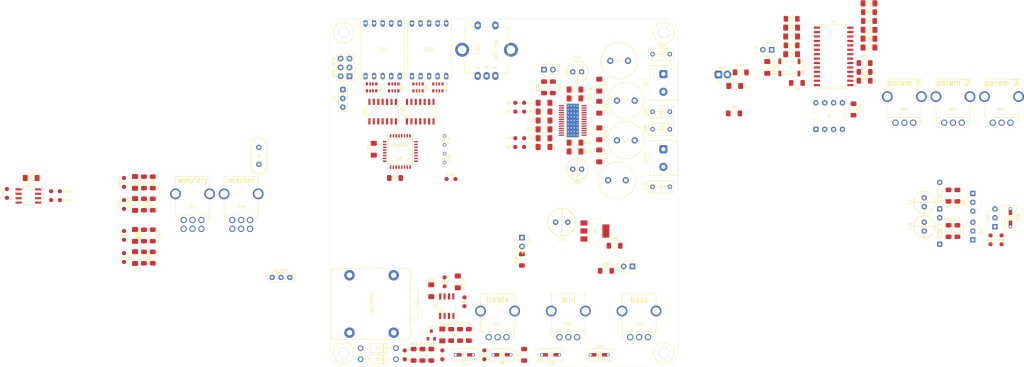
<source format=kicad_pcb>
(kicad_pcb (version 20171130) (host pcbnew "(5.1.6)-1")
  (layers (0 F.Cu signal) (1 In1.Cu signal) (2 In2.Cu signal) (31 B.Cu signal) (34 B.Paste user) (35 F.Paste user) (36 B.SilkS user) (37 F.SilkS user) (38 B.Mask user) (39 F.Mask user) (44 Edge.Cuts user))
  (net 0 "")
  (net 1 GND)
  (net 2 "Net-(BT1-Pad1)")
  (net 3 /TONE_OUT)
  (net 4 "Net-(C1-Pad1)")
  (net 5 /FV_LOUT)
  (net 6 /FV_ROUT)
  (net 7 "Net-(C4-Pad2)")
  (net 8 "Net-(C4-Pad1)")
  (net 9 "Net-(C5-Pad2)")
  (net 10 "Net-(C6-Pad2)")
  (net 11 "Net-(C6-Pad1)")
  (net 12 VGND)
  (net 13 VDD)
  (net 14 "Net-(C8-Pad1)")
  (net 15 "Net-(C9-Pad2)")
  (net 16 "Net-(C10-Pad2)")
  (net 17 "Net-(C10-Pad1)")
  (net 18 +3V3)
  (net 19 "Net-(C13-Pad2)")
  (net 20 "Net-(C14-Pad1)")
  (net 21 "Net-(C15-Pad2)")
  (net 22 "Net-(C17-Pad1)")
  (net 23 "Net-(C18-Pad2)")
  (net 24 "Net-(C20-Pad2)")
  (net 25 "Net-(C23-Pad2)")
  (net 26 "Net-(C24-Pad2)")
  (net 27 "Net-(C26-Pad1)")
  (net 28 "Net-(C33-Pad2)")
  (net 29 "Net-(C34-Pad1)")
  (net 30 "Net-(C35-Pad1)")
  (net 31 /GVDD)
  (net 32 "Net-(C38-Pad2)")
  (net 33 "Net-(C39-Pad2)")
  (net 34 "Net-(C39-Pad1)")
  (net 35 "Net-(C40-Pad2)")
  (net 36 "Net-(C40-Pad1)")
  (net 37 LOUT)
  (net 38 "Net-(C41-Pad1)")
  (net 39 "Net-(C42-Pad2)")
  (net 40 "Net-(C42-Pad1)")
  (net 41 "Net-(C43-Pad1)")
  (net 42 "Net-(C44-Pad1)")
  (net 43 "Net-(C45-Pad2)")
  (net 44 "Net-(C45-Pad1)")
  (net 45 ROUT)
  (net 46 "Net-(C46-Pad1)")
  (net 47 "Net-(C47-Pad1)")
  (net 48 "Net-(D1-Pad2)")
  (net 49 "Net-(D2-Pad2)")
  (net 50 "Net-(D2-Pad1)")
  (net 51 "Net-(D4-Pad1)")
  (net 52 "Net-(D5-Pad1)")
  (net 53 "Net-(D6-Pad1)")
  (net 54 "Net-(D7-Pad1)")
  (net 55 "Net-(D8-Pad2)")
  (net 56 /DBG_TX)
  (net 57 "Net-(Q1-Pad2)")
  (net 58 "Net-(Q2-Pad3)")
  (net 59 "Net-(Q3-Pad3)")
  (net 60 "Net-(R1-Pad2)")
  (net 61 "Net-(R2-Pad2)")
  (net 62 "Net-(R15-Pad2)")
  (net 63 /S2)
  (net 64 /S1)
  (net 65 /T0)
  (net 66 /S0)
  (net 67 /WP)
  (net 68 "Net-(R24-Pad2)")
  (net 69 "Net-(R27-Pad2)")
  (net 70 "Net-(R29-Pad2)")
  (net 71 "Net-(R31-Pad2)")
  (net 72 /AVR_RST)
  (net 73 /SD_FAULT)
  (net 74 "Net-(RN1-Pad4)")
  (net 75 "Net-(RN1-Pad3)")
  (net 76 "Net-(RN1-Pad2)")
  (net 77 "Net-(RN1-Pad1)")
  (net 78 "Net-(RN1-Pad5)")
  (net 79 "Net-(RN1-Pad6)")
  (net 80 "Net-(RN1-Pad7)")
  (net 81 "Net-(RN1-Pad8)")
  (net 82 "Net-(RN2-Pad4)")
  (net 83 "Net-(RN2-Pad3)")
  (net 84 "Net-(RN2-Pad2)")
  (net 85 "Net-(RN2-Pad1)")
  (net 86 "Net-(RN2-Pad5)")
  (net 87 "Net-(RN2-Pad6)")
  (net 88 "Net-(RN2-Pad7)")
  (net 89 "Net-(RN2-Pad8)")
  (net 90 "Net-(RN3-Pad4)")
  (net 91 "Net-(RN3-Pad3)")
  (net 92 "Net-(RN3-Pad2)")
  (net 93 "Net-(RN3-Pad1)")
  (net 94 "Net-(RN3-Pad5)")
  (net 95 "Net-(RN3-Pad6)")
  (net 96 "Net-(RN3-Pad7)")
  (net 97 "Net-(RN3-Pad8)")
  (net 98 "Net-(RN4-Pad4)")
  (net 99 "Net-(RN4-Pad3)")
  (net 100 "Net-(RN4-Pad2)")
  (net 101 "Net-(RN4-Pad1)")
  (net 102 "Net-(RN4-Pad5)")
  (net 103 "Net-(RN4-Pad6)")
  (net 104 "Net-(RN4-Pad7)")
  (net 105 "Net-(RN4-Pad8)")
  (net 106 "Net-(RV2-Pad2)")
  (net 107 "Net-(RV3-Pad2)")
  (net 108 "Net-(RV4-Pad2)")
  (net 109 "Net-(SW1-Pad4)")
  (net 110 "Net-(SW1-Pad3)")
  (net 111 "Net-(SW1-Pad1)")
  (net 112 /SDA)
  (net 113 /SCL)
  (net 114 "Net-(U4-Pad10)")
  (net 115 /LED_RST)
  (net 116 /LED_CK)
  (net 117 /LED_DT)
  (net 118 "Net-(U8-Pad4)")
  (net 119 "Net-(U8-Pad1)")
  (net 120 "Net-(U8-Pad3)")
  (net 121 /MID)
  (net 122 "Net-(C16-Pad1)")
  (net 123 "Net-(C9-Pad1)")
  (net 124 "Net-(C13-Pad1)")
  (net 125 "Net-(C18-Pad1)")
  (net 126 "Net-(C20-Pad1)")
  (net 127 "Net-(C48-Pad2)")
  (net 128 "Net-(J1-Pad6)")
  (net 129 "Net-(NB1-Pad2)")
  (net 130 "Net-(NB9-Pad2)")
  (net 131 "Net-(NB4-Pad2)")
  (net 132 "Net-(NB4-Pad1)")
  (net 133 "Net-(NB8-Pad2)")
  (net 134 "Net-(NB9-Pad1)")
  (net 135 "Net-(C23-Pad1)")
  (net 136 "Net-(C24-Pad1)")
  (net 137 "Net-(NB13-Pad2)")
  (net 138 "Net-(NB14-Pad2)")
  (net 139 "Net-(NB14-Pad1)")
  (net 140 "Net-(C41-Pad2)")
  (net 141 "Net-(C44-Pad2)")
  (net 142 "Net-(C46-Pad2)")
  (net 143 "Net-(C47-Pad2)")
  (module myAmp:ROT_ENC (layer F.Cu) (at 45.085 8.89 270)
    (fp_text reference SW1 (at 0 2.54 90) (layer F.SilkS))
    (fp_text value ROT_SW (at 0 -2.794 90) (layer F.SilkS))
    (fp_text user A (at 5.08 -2.54 90) (layer F.SilkS))
    (fp_text user B (at 5.08 0 90) (layer F.SilkS))
    (fp_text user C (at 5.08 2.54 90) (layer F.SilkS))
    (pad "" thru_hole circle (at 0 7 270) (size 4 4) (drill 2.5) (layers *.Cu *.Mask))
    (pad "" thru_hole circle (at 0 -7 270) (size 4 4) (drill 2.5) (layers *.Cu *.Mask))
    (pad 4 thru_hole oval (at -7 2.54 270) (size 2.3 1.8) (drill 1) (layers *.Cu *.Mask) (net 109 "Net-(SW1-Pad4)"))
    (pad 5 thru_hole oval (at -7 -2.54 270) (size 2.3 1.8) (drill 1) (layers *.Cu *.Mask) (net 1 GND))
    (pad 3 thru_hole oval (at 7.5 2.54 270) (size 2.3 1.8) (drill 1) (layers *.Cu *.Mask) (net 110 "Net-(SW1-Pad3)"))
    (pad 2 thru_hole oval (at 7.5 0 270) (size 2.2 1.8) (drill 1) (layers *.Cu *.Mask) (net 1 GND))
    (pad 1 thru_hole oval (at 7.5 -2.54 270) (size 2.3 1.8) (drill 1) (layers *.Cu *.Mask) (net 111 "Net-(SW1-Pad1)"))
  )
  (module myAmp:ALPS_RK09L (layer F.Cu) (at 68.58 91.44)
    (fp_text reference RV6 (at 0 -3.81) (layer F.SilkS) (effects (font (size 0.75 0.75))))
    (fp_text value 10K hide)
    (pad "" thru_hole circle (at 4.9 -7.5) (size 3.1 3.1) (drill 2.2) (layers *.Cu *.Mask))
    (pad "" thru_hole circle (at -4.9 -7.5 90) (size 3.1 3.1) (drill 2.2) (layers *.Cu *.Mask))
    (pad 3 thru_hole circle (at 2.54 0) (size 1.8 1.8) (drill 1.2) (layers *.Cu *.Mask) (net 21 "Net-(C15-Pad2)"))
    (pad 2 thru_hole circle (at 0 0) (size 1.8 1.8) (drill 1.2) (layers *.Cu *.Mask) (net 21 "Net-(C15-Pad2)"))
    (pad 1 thru_hole circle (at -2.54 0) (size 1.8 1.8) (drill 1.2) (layers *.Cu *.Mask) (net 12 VGND))
  )
  (module myAmp:ALPS_RK09L (layer F.Cu) (at 88.9 91.44)
    (fp_text reference RV5 (at 0 -3.81) (layer F.SilkS) (effects (font (size 0.75 0.75))))
    (fp_text value 250K hide)
    (pad "" thru_hole circle (at 4.9 -7.5) (size 3.1 3.1) (drill 2.2) (layers *.Cu *.Mask))
    (pad "" thru_hole circle (at -4.9 -7.5 90) (size 3.1 3.1) (drill 2.2) (layers *.Cu *.Mask))
    (pad 3 thru_hole circle (at 2.54 0) (size 1.8 1.8) (drill 1.2) (layers *.Cu *.Mask) (net 17 "Net-(C10-Pad1)"))
    (pad 2 thru_hole circle (at 0 0) (size 1.8 1.8) (drill 1.2) (layers *.Cu *.Mask) (net 17 "Net-(C10-Pad1)"))
    (pad 1 thru_hole circle (at -2.54 0) (size 1.8 1.8) (drill 1.2) (layers *.Cu *.Mask) (net 21 "Net-(C15-Pad2)"))
  )
  (module myAmp:ALPS_RK09L (layer F.Cu) (at 165.1 29.845)
    (fp_text reference RV4 (at 0 -3.81) (layer F.SilkS) (effects (font (size 0.75 0.75))))
    (fp_text value 50K hide)
    (pad "" thru_hole circle (at 4.9 -7.5) (size 3.1 3.1) (drill 2.2) (layers *.Cu *.Mask))
    (pad "" thru_hole circle (at -4.9 -7.5 90) (size 3.1 3.1) (drill 2.2) (layers *.Cu *.Mask))
    (pad 3 thru_hole circle (at 2.54 0) (size 1.8 1.8) (drill 1.2) (layers *.Cu *.Mask) (net 1 GND))
    (pad 2 thru_hole circle (at 0 0) (size 1.8 1.8) (drill 1.2) (layers *.Cu *.Mask) (net 108 "Net-(RV4-Pad2)"))
    (pad 1 thru_hole circle (at -2.54 0) (size 1.8 1.8) (drill 1.2) (layers *.Cu *.Mask) (net 18 +3V3))
  )
  (module myAmp:ALPS_RK09L (layer F.Cu) (at 179.07 29.845)
    (fp_text reference RV3 (at 0 -3.81) (layer F.SilkS) (effects (font (size 0.75 0.75))))
    (fp_text value 50K hide)
    (pad "" thru_hole circle (at 4.9 -7.5) (size 3.1 3.1) (drill 2.2) (layers *.Cu *.Mask))
    (pad "" thru_hole circle (at -4.9 -7.5 90) (size 3.1 3.1) (drill 2.2) (layers *.Cu *.Mask))
    (pad 3 thru_hole circle (at 2.54 0) (size 1.8 1.8) (drill 1.2) (layers *.Cu *.Mask) (net 1 GND))
    (pad 2 thru_hole circle (at 0 0) (size 1.8 1.8) (drill 1.2) (layers *.Cu *.Mask) (net 107 "Net-(RV3-Pad2)"))
    (pad 1 thru_hole circle (at -2.54 0) (size 1.8 1.8) (drill 1.2) (layers *.Cu *.Mask) (net 18 +3V3))
  )
  (module myAmp:ALPS_RK09L (layer F.Cu) (at 193.04 29.845)
    (fp_text reference RV2 (at 0 -3.81) (layer F.SilkS) (effects (font (size 0.75 0.75))))
    (fp_text value 50K hide)
    (pad "" thru_hole circle (at 4.9 -7.5) (size 3.1 3.1) (drill 2.2) (layers *.Cu *.Mask))
    (pad "" thru_hole circle (at -4.9 -7.5 90) (size 3.1 3.1) (drill 2.2) (layers *.Cu *.Mask))
    (pad 3 thru_hole circle (at 2.54 0) (size 1.8 1.8) (drill 1.2) (layers *.Cu *.Mask) (net 1 GND))
    (pad 2 thru_hole circle (at 0 0) (size 1.8 1.8) (drill 1.2) (layers *.Cu *.Mask) (net 106 "Net-(RV2-Pad2)"))
    (pad 1 thru_hole circle (at -2.54 0) (size 1.8 1.8) (drill 1.2) (layers *.Cu *.Mask) (net 18 +3V3))
  )
  (module myAmp:ALPS_RK09L (layer F.Cu) (at 48.26 91.44)
    (fp_text reference RV1 (at 0 -3.81) (layer F.SilkS) (effects (font (size 0.75 0.75))))
    (fp_text value 250K hide)
    (pad "" thru_hole circle (at 4.9 -7.5) (size 3.1 3.1) (drill 2.2) (layers *.Cu *.Mask))
    (pad "" thru_hole circle (at -4.9 -7.5 90) (size 3.1 3.1) (drill 2.2) (layers *.Cu *.Mask))
    (pad 3 thru_hole circle (at 2.54 0) (size 1.8 1.8) (drill 1.2) (layers *.Cu *.Mask) (net 11 "Net-(C6-Pad1)"))
    (pad 2 thru_hole circle (at 0 0) (size 1.8 1.8) (drill 1.2) (layers *.Cu *.Mask) (net 131 "Net-(NB4-Pad2)"))
    (pad 1 thru_hole circle (at -2.54 0) (size 1.8 1.8) (drill 1.2) (layers *.Cu *.Mask) (net 17 "Net-(C10-Pad1)"))
  )
  (module myAmp:ALPS_RK09L_DBL (layer F.Cu) (at -25.4 57.785)
    (fp_text reference RV8 (at 0 -3.81) (layer F.SilkS) (effects (font (size 0.75 0.75))))
    (fp_text value 10K hide)
    (pad 6 thru_hole circle (at 2.54 2.54) (size 1.8 1.8) (drill 1.2) (layers *.Cu *.Mask) (net 45 ROUT))
    (pad 5 thru_hole circle (at 0 2.54) (size 1.8 1.8) (drill 1.2) (layers *.Cu *.Mask) (net 45 ROUT))
    (pad 4 thru_hole circle (at -2.54 2.54) (size 1.8 1.8) (drill 1.2) (layers *.Cu *.Mask) (net 138 "Net-(NB14-Pad2)"))
    (pad "" thru_hole circle (at 4.9 -7.5) (size 3.1 3.1) (drill 2.2) (layers *.Cu *.Mask))
    (pad "" thru_hole circle (at -4.9 -7.5 90) (size 3.1 3.1) (drill 2.2) (layers *.Cu *.Mask))
    (pad 3 thru_hole circle (at 2.54 0) (size 1.8 1.8) (drill 1.2) (layers *.Cu *.Mask) (net 37 LOUT))
    (pad 2 thru_hole circle (at 0 0) (size 1.8 1.8) (drill 1.2) (layers *.Cu *.Mask) (net 37 LOUT))
    (pad 1 thru_hole circle (at -2.54 0) (size 1.8 1.8) (drill 1.2) (layers *.Cu *.Mask) (net 130 "Net-(NB9-Pad2)"))
  )
  (module myAmp:ALPS_RK09L_DBL (layer F.Cu) (at -39.37 57.785)
    (fp_text reference RV7 (at 0 -3.81) (layer F.SilkS) (effects (font (size 0.75 0.75))))
    (fp_text value 10K hide)
    (pad 6 thru_hole circle (at 2.54 2.54) (size 1.8 1.8) (drill 1.2) (layers *.Cu *.Mask) (net 71 "Net-(R31-Pad2)"))
    (pad 5 thru_hole circle (at 0 2.54) (size 1.8 1.8) (drill 1.2) (layers *.Cu *.Mask) (net 12 VGND))
    (pad 4 thru_hole circle (at -2.54 2.54) (size 1.8 1.8) (drill 1.2) (layers *.Cu *.Mask) (net 70 "Net-(R29-Pad2)"))
    (pad "" thru_hole circle (at 4.9 -7.5) (size 3.1 3.1) (drill 2.2) (layers *.Cu *.Mask))
    (pad "" thru_hole circle (at -4.9 -7.5 90) (size 3.1 3.1) (drill 2.2) (layers *.Cu *.Mask))
    (pad 3 thru_hole circle (at 2.54 0) (size 1.8 1.8) (drill 1.2) (layers *.Cu *.Mask) (net 69 "Net-(R27-Pad2)"))
    (pad 2 thru_hole circle (at 0 0) (size 1.8 1.8) (drill 1.2) (layers *.Cu *.Mask) (net 12 VGND))
    (pad 1 thru_hole circle (at -2.54 0) (size 1.8 1.8) (drill 1.2) (layers *.Cu *.Mask) (net 68 "Net-(R24-Pad2)"))
  )
  (module myAmp:C_1206 (layer F.Cu) (at 12.7 37.465 90)
    (fp_text reference C25 (at 0 -1.5 90) (layer F.SilkS) (effects (font (size 0.75 0.75))))
    (fp_text value 100nF hide)
    (pad 2 smd roundrect (at 1.7 0 90) (size 1.425 1.75) (layers F.Cu F.Paste F.Mask) (roundrect_rratio 0.175) (net 18 +3V3))
    (pad 1 smd roundrect (at -1.7 0 90) (size 1.425 1.75) (layers F.Cu F.Paste F.Mask) (roundrect_rratio 0.175) (net 1 GND))
  )
  (module myAmp:NET_BRK (layer F.Cu) (at 54.61 36.83 180)
    (fp_text reference NB19 hide)
    (fp_text value rpi (at 3.175 0) (layer F.SilkS) (effects (font (size 0.75 0.75))))
    (pad 2 smd circle (at 1.27 0 180) (size 1.2 1.2) (layers F.Cu F.Paste F.Mask) (net 45 ROUT))
    (pad 1 smd circle (at -1.27 0 180) (size 1.2 1.2) (layers F.Cu F.Paste F.Mask) (net 143 "Net-(C47-Pad2)"))
  )
  (module myAmp:NET_BRK (layer F.Cu) (at 54.61 34.29 180)
    (fp_text reference NB18 hide)
    (fp_text value rni (at 3.175 0) (layer F.SilkS) (effects (font (size 0.75 0.75))))
    (pad 2 smd circle (at 1.27 0 180) (size 1.2 1.2) (layers F.Cu F.Paste F.Mask) (net 1 GND))
    (pad 1 smd circle (at -1.27 0 180) (size 1.2 1.2) (layers F.Cu F.Paste F.Mask) (net 142 "Net-(C46-Pad2)"))
  )
  (module myAmp:NET_BRK (layer F.Cu) (at 54.61 26.67 180)
    (fp_text reference NB17 hide)
    (fp_text value lni (at 3.175 0) (layer F.SilkS) (effects (font (size 0.75 0.75))))
    (pad 2 smd circle (at 1.27 0 180) (size 1.2 1.2) (layers F.Cu F.Paste F.Mask) (net 1 GND))
    (pad 1 smd circle (at -1.27 0 180) (size 1.2 1.2) (layers F.Cu F.Paste F.Mask) (net 141 "Net-(C44-Pad2)"))
  )
  (module myAmp:NET_BRK (layer F.Cu) (at 54.61 24.13 180)
    (fp_text reference NB16 hide)
    (fp_text value lpi (at 3.175 0) (layer F.SilkS) (effects (font (size 0.75 0.75))))
    (pad 2 smd circle (at 1.27 0 180) (size 1.2 1.2) (layers F.Cu F.Paste F.Mask) (net 37 LOUT))
    (pad 1 smd circle (at -1.27 0 180) (size 1.2 1.2) (layers F.Cu F.Paste F.Mask) (net 140 "Net-(C41-Pad2)"))
  )
  (module myAmp:R_1206 (layer F.Cu) (at -50.8 68.58 90)
    (fp_text reference R32 (at 0 -1.85 90) (layer F.SilkS) (effects (font (size 0.75 0.75))))
    (fp_text value 10K hide)
    (pad 2 smd roundrect (at 1.65 0 90) (size 1.3 1.7) (layers F.Cu F.Paste F.Mask) (net 138 "Net-(NB14-Pad2)"))
    (pad 1 smd roundrect (at -1.65 0 90) (size 1.3 1.7) (layers F.Cu F.Paste F.Mask) (net 71 "Net-(R31-Pad2)"))
  )
  (module myAmp:R_1206 (layer F.Cu) (at -53.34 68.58 270)
    (fp_text reference R31 (at 0 -1.85 90) (layer F.SilkS) (effects (font (size 0.75 0.75))))
    (fp_text value 10K hide)
    (pad 2 smd roundrect (at 1.65 0 270) (size 1.3 1.7) (layers F.Cu F.Paste F.Mask) (net 71 "Net-(R31-Pad2)"))
    (pad 1 smd roundrect (at -1.65 0 270) (size 1.3 1.7) (layers F.Cu F.Paste F.Mask) (net 26 "Net-(C24-Pad2)"))
  )
  (module myAmp:R_1206 (layer F.Cu) (at -50.8 62.23 270)
    (fp_text reference R30 (at 0 -1.85 90) (layer F.SilkS) (effects (font (size 0.75 0.75))))
    (fp_text value 10K hide)
    (pad 2 smd roundrect (at 1.65 0 270) (size 1.3 1.7) (layers F.Cu F.Paste F.Mask) (net 138 "Net-(NB14-Pad2)"))
    (pad 1 smd roundrect (at -1.65 0 270) (size 1.3 1.7) (layers F.Cu F.Paste F.Mask) (net 70 "Net-(R29-Pad2)"))
  )
  (module myAmp:R_1206 (layer F.Cu) (at -53.34 62.23 90)
    (fp_text reference R29 (at 0 -1.85 90) (layer F.SilkS) (effects (font (size 0.75 0.75))))
    (fp_text value 10K hide)
    (pad 2 smd roundrect (at 1.65 0 90) (size 1.3 1.7) (layers F.Cu F.Paste F.Mask) (net 70 "Net-(R29-Pad2)"))
    (pad 1 smd roundrect (at -1.65 0 90) (size 1.3 1.7) (layers F.Cu F.Paste F.Mask) (net 25 "Net-(C23-Pad2)"))
  )
  (module myAmp:NET_BRK (layer F.Cu) (at -59.055 68.58 90)
    (fp_text reference NB15 hide)
    (fp_text value rmti (at 0 0 180) (layer F.SilkS) (effects (font (size 0.75 0.75))))
    (pad 2 smd circle (at 1.27 0 90) (size 1.2 1.2) (layers F.Cu F.Paste F.Mask) (net 3 /TONE_OUT))
    (pad 1 smd circle (at -1.27 0 90) (size 1.2 1.2) (layers F.Cu F.Paste F.Mask) (net 136 "Net-(C24-Pad1)"))
  )
  (module myAmp:NET_BRK (layer F.Cu) (at -78.74 52.07)
    (fp_text reference NB14 hide)
    (fp_text value rmai (at 3.175 0) (layer F.SilkS) (effects (font (size 0.75 0.75))))
    (pad 2 smd circle (at 1.27 0) (size 1.2 1.2) (layers F.Cu F.Paste F.Mask) (net 138 "Net-(NB14-Pad2)"))
    (pad 1 smd circle (at -1.27 0) (size 1.2 1.2) (layers F.Cu F.Paste F.Mask) (net 139 "Net-(NB14-Pad1)"))
  )
  (module myAmp:NET_BRK (layer F.Cu) (at -78.74 49.53 180)
    (fp_text reference NB13 hide)
    (fp_text value rmao (at -3.175 0) (layer F.SilkS) (effects (font (size 0.75 0.75))))
    (pad 2 smd circle (at 1.27 0 180) (size 1.2 1.2) (layers F.Cu F.Paste F.Mask) (net 137 "Net-(NB13-Pad2)"))
    (pad 1 smd circle (at -1.27 0 180) (size 1.2 1.2) (layers F.Cu F.Paste F.Mask) (net 45 ROUT))
  )
  (module myAmp:NET_BRK (layer F.Cu) (at -59.055 62.23 270)
    (fp_text reference NB12 hide)
    (fp_text value rmdi (at 0 0 180) (layer F.SilkS) (effects (font (size 0.75 0.75))))
    (pad 2 smd circle (at 1.27 0 270) (size 1.2 1.2) (layers F.Cu F.Paste F.Mask) (net 6 /FV_ROUT))
    (pad 1 smd circle (at -1.27 0 270) (size 1.2 1.2) (layers F.Cu F.Paste F.Mask) (net 135 "Net-(C23-Pad1)"))
  )
  (module myAmp:C_1206 (layer F.Cu) (at -55.88 68.58 90)
    (fp_text reference C24 (at 0 -1.5 90) (layer F.SilkS) (effects (font (size 0.75 0.75))))
    (fp_text value 1µF hide)
    (pad 2 smd roundrect (at 1.7 0 90) (size 1.425 1.75) (layers F.Cu F.Paste F.Mask) (roundrect_rratio 0.175) (net 26 "Net-(C24-Pad2)"))
    (pad 1 smd roundrect (at -1.7 0 90) (size 1.425 1.75) (layers F.Cu F.Paste F.Mask) (roundrect_rratio 0.175) (net 136 "Net-(C24-Pad1)"))
  )
  (module myAmp:C_1206 (layer F.Cu) (at -55.88 62.23 270)
    (fp_text reference C23 (at 0 -1.5 90) (layer F.SilkS) (effects (font (size 0.75 0.75))))
    (fp_text value 1µF hide)
    (pad 2 smd roundrect (at 1.7 0 270) (size 1.425 1.75) (layers F.Cu F.Paste F.Mask) (roundrect_rratio 0.175) (net 25 "Net-(C23-Pad2)"))
    (pad 1 smd roundrect (at -1.7 0 270) (size 1.425 1.75) (layers F.Cu F.Paste F.Mask) (roundrect_rratio 0.175) (net 135 "Net-(C23-Pad1)"))
  )
  (module myAmp:C_1206 (layer F.Cu) (at 36.83 75.565 270)
    (fp_text reference C13 (at 0 -1.5 90) (layer F.SilkS) (effects (font (size 0.75 0.75))))
    (fp_text value 1nF hide)
    (pad 2 smd roundrect (at 1.7 0 270) (size 1.425 1.75) (layers F.Cu F.Paste F.Mask) (roundrect_rratio 0.175) (net 19 "Net-(C13-Pad2)"))
    (pad 1 smd roundrect (at -1.7 0 270) (size 1.425 1.75) (layers F.Cu F.Paste F.Mask) (roundrect_rratio 0.175) (net 124 "Net-(C13-Pad1)"))
  )
  (module myAmp:NET_BRK (layer F.Cu) (at -59.055 53.34 90)
    (fp_text reference NB11 hide)
    (fp_text value lmti (at 0 -1.27 90) (layer F.SilkS) (effects (font (size 0.75 0.75))))
    (pad 2 smd circle (at 1.27 0 90) (size 1.2 1.2) (layers F.Cu F.Paste F.Mask) (net 3 /TONE_OUT))
    (pad 1 smd circle (at -1.27 0 90) (size 1.2 1.2) (layers F.Cu F.Paste F.Mask) (net 126 "Net-(C20-Pad1)"))
  )
  (module myAmp:NET_BRK (layer F.Cu) (at 189.865 63.5 90)
    (fp_text reference NB10 hide)
    (fp_text value rs2o (at 0 0 180) (layer F.SilkS) (effects (font (size 0.75 0.75))))
    (pad 2 smd circle (at 1.27 0 90) (size 1.2 1.2) (layers F.Cu F.Paste F.Mask) (net 122 "Net-(C16-Pad1)"))
    (pad 1 smd circle (at -1.27 0 90) (size 1.2 1.2) (layers F.Cu F.Paste F.Mask) (net 12 VGND))
  )
  (module myAmp:NET_BRK (layer F.Cu) (at 34.88 46.015)
    (fp_text reference NB9 hide)
    (fp_text value lmai (at 0 -1.27) (layer F.SilkS) (effects (font (size 0.75 0.75))))
    (pad 2 smd circle (at 1.27 0) (size 1.2 1.2) (layers F.Cu F.Paste F.Mask) (net 130 "Net-(NB9-Pad2)"))
    (pad 1 smd circle (at -1.27 0) (size 1.2 1.2) (layers F.Cu F.Paste F.Mask) (net 134 "Net-(NB9-Pad1)"))
  )
  (module myAmp:NET_BRK (layer F.Cu) (at -92.71 50.165 90)
    (fp_text reference NB8 hide)
    (fp_text value lmao (at 0 -1.27 90) (layer F.SilkS) (effects (font (size 0.75 0.75))))
    (pad 2 smd circle (at 1.27 0 90) (size 1.2 1.2) (layers F.Cu F.Paste F.Mask) (net 133 "Net-(NB8-Pad2)"))
    (pad 1 smd circle (at -1.27 0 90) (size 1.2 1.2) (layers F.Cu F.Paste F.Mask) (net 37 LOUT))
  )
  (module myAmp:NET_BRK (layer F.Cu) (at -59.055 46.99 270)
    (fp_text reference NB7 hide)
    (fp_text value lmdi (at 0 1.27 90) (layer F.SilkS) (effects (font (size 0.75 0.75))))
    (pad 2 smd circle (at 1.27 0 270) (size 1.2 1.2) (layers F.Cu F.Paste F.Mask) (net 5 /FV_LOUT))
    (pad 1 smd circle (at -1.27 0 270) (size 1.2 1.2) (layers F.Cu F.Paste F.Mask) (net 125 "Net-(C18-Pad1)"))
  )
  (module myAmp:NET_BRK (layer F.Cu) (at 193.04 63.5 90)
    (fp_text reference NB6 hide)
    (fp_text value rso (at 0 0 180) (layer F.SilkS) (effects (font (size 0.75 0.75))))
    (pad 2 smd circle (at 1.27 0 90) (size 1.2 1.2) (layers F.Cu F.Paste F.Mask) (net 127 "Net-(C48-Pad2)"))
    (pad 1 smd circle (at -1.27 0 90) (size 1.2 1.2) (layers F.Cu F.Paste F.Mask) (net 12 VGND))
  )
  (module myAmp:NET_BRK (layer F.Cu) (at 33.02 75.565 270)
    (fp_text reference NB5 hide)
    (fp_text value a2o (at 0 0 180) (layer F.SilkS) (effects (font (size 0.75 0.75))))
    (pad 2 smd circle (at 1.27 0 270) (size 1.2 1.2) (layers F.Cu F.Paste F.Mask) (net 124 "Net-(C13-Pad1)"))
    (pad 1 smd circle (at -1.27 0 270) (size 1.2 1.2) (layers F.Cu F.Paste F.Mask) (net 3 /TONE_OUT))
  )
  (module myAmp:NET_BRK (layer F.Cu) (at 38.735 81.28 270)
    (fp_text reference NB4 hide)
    (fp_text value tso (at 0 0 180) (layer F.SilkS) (effects (font (size 0.75 0.75))))
    (pad 2 smd circle (at 1.27 0 270) (size 1.2 1.2) (layers F.Cu F.Paste F.Mask) (net 131 "Net-(NB4-Pad2)"))
    (pad 1 smd circle (at -1.27 0 270) (size 1.2 1.2) (layers F.Cu F.Paste F.Mask) (net 132 "Net-(NB4-Pad1)"))
  )
  (module myAmp:NET_BRK (layer F.Cu) (at 21.59 96.52 270)
    (fp_text reference NB3 hide)
    (fp_text value jo (at 0 0 180) (layer F.SilkS) (effects (font (size 0.75 0.75))))
    (pad 2 smd circle (at 1.27 0 270) (size 1.2 1.2) (layers F.Cu F.Paste F.Mask) (net 128 "Net-(J1-Pad6)"))
    (pad 1 smd circle (at -1.27 0 270) (size 1.2 1.2) (layers F.Cu F.Paste F.Mask) (net 49 "Net-(D2-Pad2)"))
  )
  (module myAmp:NET_BRK (layer F.Cu) (at 44.45 96.52 90)
    (fp_text reference NB2 hide)
    (fp_text value a1o (at 0 0 180) (layer F.SilkS) (effects (font (size 0.75 0.75))))
    (pad 2 smd circle (at 1.27 0 90) (size 1.2 1.2) (layers F.Cu F.Paste F.Mask) (net 123 "Net-(C9-Pad1)"))
    (pad 1 smd circle (at -1.27 0 90) (size 1.2 1.2) (layers F.Cu F.Paste F.Mask) (net 10 "Net-(C6-Pad2)"))
  )
  (module myAmp:NET_BRK (layer F.Cu) (at 32.385 96.52 90)
    (fp_text reference NB1 hide)
    (fp_text value qo (at 0 0 180) (layer F.SilkS) (effects (font (size 0.75 0.75))))
    (pad 2 smd circle (at 1.27 0 90) (size 1.2 1.2) (layers F.Cu F.Paste F.Mask) (net 129 "Net-(NB1-Pad2)"))
    (pad 1 smd circle (at -1.27 0 90) (size 1.2 1.2) (layers F.Cu F.Paste F.Mask) (net 7 "Net-(C4-Pad2)"))
  )
  (module myAmp:C_2.5MM (layer F.Cu) (at 33.02 34.925 270)
    (fp_text reference C34 (at 0 -1.27 90) (layer F.SilkS) (effects (font (size 0.75 0.75))))
    (fp_text value 22pF hide)
    (pad 2 thru_hole circle (at 1.27 0 270) (size 1 1) (drill 0.65) (layers *.Cu *.Mask) (net 1 GND))
    (pad 1 thru_hole circle (at -1.27 0 270) (size 1 1) (drill 0.65) (layers *.Cu *.Mask) (net 29 "Net-(C34-Pad1)"))
  )
  (module myAmp:C_2.5MM (layer F.Cu) (at 33.02 40.005 90)
    (fp_text reference C26 (at 0 1.27 90) (layer F.SilkS) (effects (font (size 0.75 0.75))))
    (fp_text value 22pF hide)
    (pad 2 thru_hole circle (at 1.27 0 90) (size 1 1) (drill 0.65) (layers *.Cu *.Mask) (net 1 GND))
    (pad 1 thru_hole circle (at -1.27 0 90) (size 1 1) (drill 0.65) (layers *.Cu *.Mask) (net 27 "Net-(C26-Pad1)"))
  )
  (module myAmp:C_1206 (layer F.Cu) (at 125.73 13.97 270)
    (fp_text reference C17 (at 0 -1.5 90) (layer F.SilkS) (effects (font (size 0.75 0.75))))
    (fp_text value 15pF hide)
    (pad 2 smd roundrect (at 1.7 0 270) (size 1.425 1.75) (layers F.Cu F.Paste F.Mask) (roundrect_rratio 0.175) (net 1 GND))
    (pad 1 smd roundrect (at -1.7 0 270) (size 1.425 1.75) (layers F.Cu F.Paste F.Mask) (roundrect_rratio 0.175) (net 22 "Net-(C17-Pad1)"))
  )
  (module myAmp:SOIC-14_3.9x8.7mm_P1.27mm (layer F.Cu) (at 26.035 26.67 90)
    (fp_text reference U10 (at 0 -5.28 90) (layer F.SilkS) (effects (font (size 0.75 0.75))))
    (fp_text value 74164)
    (pad 14 smd roundrect (at 2.8 -3.81 90) (size 1.8 0.6) (layers F.Cu F.Paste F.Mask) (net 18 +3V3))
    (pad 13 smd roundrect (at 2.8 -2.54 90) (size 1.8 0.6) (layers F.Cu F.Paste F.Mask) (net 101 "Net-(RN4-Pad1)"))
    (pad 12 smd roundrect (at 2.8 -1.27 90) (size 1.8 0.6) (layers F.Cu F.Paste F.Mask) (net 100 "Net-(RN4-Pad2)"))
    (pad 11 smd roundrect (at 2.8 0 90) (size 1.8 0.6) (layers F.Cu F.Paste F.Mask) (net 99 "Net-(RN4-Pad3)"))
    (pad 10 smd roundrect (at 2.8 1.27 90) (size 1.8 0.6) (layers F.Cu F.Paste F.Mask) (net 98 "Net-(RN4-Pad4)"))
    (pad 9 smd roundrect (at 2.8 2.54 90) (size 1.8 0.6) (layers F.Cu F.Paste F.Mask) (net 115 /LED_RST))
    (pad 8 smd roundrect (at 2.8 3.81 90) (size 1.8 0.6) (layers F.Cu F.Paste F.Mask) (net 116 /LED_CK))
    (pad 7 smd roundrect (at -2.8 3.81 90) (size 1.8 0.6) (layers F.Cu F.Paste F.Mask) (net 1 GND))
    (pad 6 smd roundrect (at -2.8 2.54 90) (size 1.8 0.6) (layers F.Cu F.Paste F.Mask) (net 90 "Net-(RN3-Pad4)"))
    (pad 5 smd roundrect (at -2.8 1.27 90) (size 1.8 0.6) (layers F.Cu F.Paste F.Mask) (net 91 "Net-(RN3-Pad3)"))
    (pad 4 smd roundrect (at -2.8 0 90) (size 1.8 0.6) (layers F.Cu F.Paste F.Mask) (net 92 "Net-(RN3-Pad2)"))
    (pad 3 smd roundrect (at -2.8 -1.27 90) (size 1.8 0.6) (layers F.Cu F.Paste F.Mask) (net 93 "Net-(RN3-Pad1)"))
    (pad 2 smd roundrect (at -2.8 -2.54 90) (size 1.8 0.6) (layers F.Cu F.Paste F.Mask) (net 85 "Net-(RN2-Pad1)"))
    (pad 1 smd rect (at -2.8 -3.81 90) (size 1.8 0.6) (layers F.Cu F.Paste F.Mask) (net 85 "Net-(RN2-Pad1)"))
  )
  (module myAmp:SOIC-14_3.9x8.7mm_P1.27mm (layer F.Cu) (at 15.24 26.67 90)
    (fp_text reference U7 (at 0 -5.28 90) (layer F.SilkS) (effects (font (size 0.75 0.75))))
    (fp_text value 74164)
    (pad 14 smd roundrect (at 2.8 -3.81 90) (size 1.8 0.6) (layers F.Cu F.Paste F.Mask) (net 18 +3V3))
    (pad 13 smd roundrect (at 2.8 -2.54 90) (size 1.8 0.6) (layers F.Cu F.Paste F.Mask) (net 85 "Net-(RN2-Pad1)"))
    (pad 12 smd roundrect (at 2.8 -1.27 90) (size 1.8 0.6) (layers F.Cu F.Paste F.Mask) (net 84 "Net-(RN2-Pad2)"))
    (pad 11 smd roundrect (at 2.8 0 90) (size 1.8 0.6) (layers F.Cu F.Paste F.Mask) (net 83 "Net-(RN2-Pad3)"))
    (pad 10 smd roundrect (at 2.8 1.27 90) (size 1.8 0.6) (layers F.Cu F.Paste F.Mask) (net 82 "Net-(RN2-Pad4)"))
    (pad 9 smd roundrect (at 2.8 2.54 90) (size 1.8 0.6) (layers F.Cu F.Paste F.Mask) (net 115 /LED_RST))
    (pad 8 smd roundrect (at 2.8 3.81 90) (size 1.8 0.6) (layers F.Cu F.Paste F.Mask) (net 116 /LED_CK))
    (pad 7 smd roundrect (at -2.8 3.81 90) (size 1.8 0.6) (layers F.Cu F.Paste F.Mask) (net 1 GND))
    (pad 6 smd roundrect (at -2.8 2.54 90) (size 1.8 0.6) (layers F.Cu F.Paste F.Mask) (net 74 "Net-(RN1-Pad4)"))
    (pad 5 smd roundrect (at -2.8 1.27 90) (size 1.8 0.6) (layers F.Cu F.Paste F.Mask) (net 75 "Net-(RN1-Pad3)"))
    (pad 4 smd roundrect (at -2.8 0 90) (size 1.8 0.6) (layers F.Cu F.Paste F.Mask) (net 76 "Net-(RN1-Pad2)"))
    (pad 3 smd roundrect (at -2.8 -1.27 90) (size 1.8 0.6) (layers F.Cu F.Paste F.Mask) (net 77 "Net-(RN1-Pad1)"))
    (pad 2 smd roundrect (at -2.8 -2.54 90) (size 1.8 0.6) (layers F.Cu F.Paste F.Mask) (net 117 /LED_DT))
    (pad 1 smd rect (at -2.8 -3.81 90) (size 1.8 0.6) (layers F.Cu F.Paste F.Mask) (net 117 /LED_DT))
  )
  (module myAmp:C_1206 (layer F.Cu) (at 32.385 90.805 90)
    (fp_text reference C9 (at 3.175 0 180) (layer F.SilkS) (effects (font (size 0.75 0.75))))
    (fp_text value 1nF hide)
    (pad 2 smd roundrect (at 1.7 0 90) (size 1.425 1.75) (layers F.Cu F.Paste F.Mask) (roundrect_rratio 0.175) (net 15 "Net-(C9-Pad2)"))
    (pad 1 smd roundrect (at -1.7 0 90) (size 1.425 1.75) (layers F.Cu F.Paste F.Mask) (roundrect_rratio 0.175) (net 123 "Net-(C9-Pad1)"))
  )
  (module myAmp:C_5MM_1206 (layer F.Cu) (at 38.735 96.52 180)
    (fp_text reference C4 (at 0 -2.54) (layer F.SilkS) (effects (font (size 0.75 0.75))))
    (fp_text value 1μF hide)
    (pad 2 smd rect (at 1.5 0 180) (size 1.4 1) (layers F.Cu F.Paste F.Mask) (net 7 "Net-(C4-Pad2)"))
    (pad 1 smd rect (at -1.5 0 180) (size 1.4 1) (layers F.Cu F.Paste F.Mask) (net 8 "Net-(C4-Pad1)"))
    (pad 2 thru_hole circle (at 2.54 0 180) (size 1 1) (drill 0.65) (layers *.Cu *.Mask) (net 7 "Net-(C4-Pad2)"))
    (pad 1 thru_hole circle (at -2.54 0 180) (size 1 1) (drill 0.65) (layers *.Cu *.Mask) (net 8 "Net-(C4-Pad1)"))
  )
  (module myAmp:C_5MM_1206 (layer F.Cu) (at 195.58 57.15 270)
    (fp_text reference C48 (at 0 -2.413 90) (layer F.SilkS) (effects (font (size 0.75 0.75))))
    (fp_text value 100nF hide)
    (pad 2 smd rect (at 1.5 0 270) (size 1.4 1) (layers F.Cu F.Paste F.Mask) (net 127 "Net-(C48-Pad2)"))
    (pad 1 smd rect (at -1.5 0 270) (size 1.4 1) (layers F.Cu F.Paste F.Mask) (net 1 GND))
    (pad 2 thru_hole circle (at 2.54 0 270) (size 1 1) (drill 0.65) (layers *.Cu *.Mask) (net 127 "Net-(C48-Pad2)"))
    (pad 1 thru_hole circle (at -2.54 0 270) (size 1 1) (drill 0.65) (layers *.Cu *.Mask) (net 1 GND))
  )
  (module myAmp:C_1206 (layer F.Cu) (at -85.725 45.72)
    (fp_text reference C22 (at 0 0) (layer F.SilkS) (effects (font (size 0.75 0.75))))
    (fp_text value 100nF hide)
    (pad 2 smd roundrect (at 1.7 0) (size 1.425 1.75) (layers F.Cu F.Paste F.Mask) (roundrect_rratio 0.175) (net 13 VDD))
    (pad 1 smd roundrect (at -1.7 0) (size 1.425 1.75) (layers F.Cu F.Paste F.Mask) (roundrect_rratio 0.175) (net 1 GND))
  )
  (module myAmp:C_1206 (layer F.Cu) (at 29.21 78.105 270)
    (fp_text reference C21 (at -3.175 0 180) (layer F.SilkS) (effects (font (size 0.75 0.75))))
    (fp_text value 100nF hide)
    (pad 2 smd roundrect (at 1.7 0 270) (size 1.425 1.75) (layers F.Cu F.Paste F.Mask) (roundrect_rratio 0.175) (net 13 VDD))
    (pad 1 smd roundrect (at -1.7 0 270) (size 1.425 1.75) (layers F.Cu F.Paste F.Mask) (roundrect_rratio 0.175) (net 1 GND))
  )
  (module myAmp:C_5MM_1206 (layer F.Cu) (at 77.47 96.52)
    (fp_text reference C15 (at 0 -2.413) (layer F.SilkS) (effects (font (size 0.75 0.75))))
    (fp_text value 47nF hide)
    (pad 2 smd rect (at 1.5 0) (size 1.4 1) (layers F.Cu F.Paste F.Mask) (net 21 "Net-(C15-Pad2)"))
    (pad 1 smd rect (at -1.5 0) (size 1.4 1) (layers F.Cu F.Paste F.Mask) (net 16 "Net-(C10-Pad2)"))
    (pad 2 thru_hole circle (at 2.54 0) (size 1 1) (drill 0.65) (layers *.Cu *.Mask) (net 21 "Net-(C15-Pad2)"))
    (pad 1 thru_hole circle (at -2.54 0) (size 1 1) (drill 0.65) (layers *.Cu *.Mask) (net 16 "Net-(C10-Pad2)"))
  )
  (module myAmp:C_5MM_1206 (layer F.Cu) (at 63.5 96.52 180)
    (fp_text reference C10 (at 0 -2.413) (layer F.SilkS) (effects (font (size 0.75 0.75))))
    (fp_text value 100nF hide)
    (pad 2 smd rect (at 1.5 0 180) (size 1.4 1) (layers F.Cu F.Paste F.Mask) (net 16 "Net-(C10-Pad2)"))
    (pad 1 smd rect (at -1.5 0 180) (size 1.4 1) (layers F.Cu F.Paste F.Mask) (net 17 "Net-(C10-Pad1)"))
    (pad 2 thru_hole circle (at 2.54 0 180) (size 1 1) (drill 0.65) (layers *.Cu *.Mask) (net 16 "Net-(C10-Pad2)"))
    (pad 1 thru_hole circle (at -2.54 0 180) (size 1 1) (drill 0.65) (layers *.Cu *.Mask) (net 17 "Net-(C10-Pad1)"))
  )
  (module myAmp:C_5MM_1206 (layer F.Cu) (at 49.53 96.52 180)
    (fp_text reference C6 (at 0 -2.413) (layer F.SilkS) (effects (font (size 0.75 0.75))))
    (fp_text value 250pF hide)
    (pad 2 smd rect (at 1.5 0 180) (size 1.4 1) (layers F.Cu F.Paste F.Mask) (net 10 "Net-(C6-Pad2)"))
    (pad 1 smd rect (at -1.5 0 180) (size 1.4 1) (layers F.Cu F.Paste F.Mask) (net 11 "Net-(C6-Pad1)"))
    (pad 2 thru_hole circle (at 2.54 0 180) (size 1 1) (drill 0.65) (layers *.Cu *.Mask) (net 10 "Net-(C6-Pad2)"))
    (pad 1 thru_hole circle (at -2.54 0 180) (size 1 1) (drill 0.65) (layers *.Cu *.Mask) (net 11 "Net-(C6-Pad1)"))
  )
  (module myAmp:R_1206 (layer F.Cu) (at 55.245 69.215 90)
    (fp_text reference R36 (at 0 -1.85 90) (layer F.SilkS) (effects (font (size 0.75 0.75))))
    (fp_text value 2K2 hide)
    (pad 2 smd roundrect (at 1.65 0 90) (size 1.3 1.7) (layers F.Cu F.Paste F.Mask) (net 55 "Net-(D8-Pad2)"))
    (pad 1 smd roundrect (at -1.65 0 90) (size 1.3 1.7) (layers F.Cu F.Paste F.Mask) (net 13 VDD))
  )
  (module myAmp:R_1206 (layer F.Cu) (at 61.595 19.685 90)
    (fp_text reference R35 (at 0 -1.85 90) (layer F.SilkS) (effects (font (size 0.75 0.75))))
    (fp_text value 2K2 hide)
    (pad 2 smd roundrect (at 1.65 0 90) (size 1.3 1.7) (layers F.Cu F.Paste F.Mask) (net 54 "Net-(D7-Pad1)"))
    (pad 1 smd roundrect (at -1.65 0 90) (size 1.3 1.7) (layers F.Cu F.Paste F.Mask) (net 73 /SD_FAULT))
  )
  (module myAmp:R_1206 (layer F.Cu) (at 64.135 19.685 270)
    (fp_text reference R34 (at 0 -1.85 90) (layer F.SilkS) (effects (font (size 0.75 0.75))))
    (fp_text value 10K hide)
    (pad 2 smd roundrect (at 1.65 0 270) (size 1.3 1.7) (layers F.Cu F.Paste F.Mask) (net 73 /SD_FAULT))
    (pad 1 smd roundrect (at -1.65 0 270) (size 1.3 1.7) (layers F.Cu F.Paste F.Mask) (net 13 VDD))
  )
  (module myAmp:R_1206 (layer F.Cu) (at 18.795 45.72 180)
    (fp_text reference R33 (at 0 0) (layer F.SilkS) (effects (font (size 0.75 0.75))))
    (fp_text value 10K hide)
    (pad 2 smd roundrect (at 1.65 0 180) (size 1.3 1.7) (layers F.Cu F.Paste F.Mask) (net 18 +3V3))
    (pad 1 smd roundrect (at -1.65 0 180) (size 1.3 1.7) (layers F.Cu F.Paste F.Mask) (net 72 /AVR_RST))
  )
  (module myAmp:R_1206 (layer F.Cu) (at -50.8 53.34 90)
    (fp_text reference R28 (at 0 -1.85 90) (layer F.SilkS) (effects (font (size 0.75 0.75))))
    (fp_text value 10K hide)
    (pad 2 smd roundrect (at 1.65 0 90) (size 1.3 1.7) (layers F.Cu F.Paste F.Mask) (net 130 "Net-(NB9-Pad2)"))
    (pad 1 smd roundrect (at -1.65 0 90) (size 1.3 1.7) (layers F.Cu F.Paste F.Mask) (net 69 "Net-(R27-Pad2)"))
  )
  (module myAmp:R_1206 (layer F.Cu) (at -53.34 53.34 270)
    (fp_text reference R27 (at 0 -1.85 90) (layer F.SilkS) (effects (font (size 0.75 0.75))))
    (fp_text value 10K hide)
    (pad 2 smd roundrect (at 1.65 0 270) (size 1.3 1.7) (layers F.Cu F.Paste F.Mask) (net 69 "Net-(R27-Pad2)"))
    (pad 1 smd roundrect (at -1.65 0 270) (size 1.3 1.7) (layers F.Cu F.Paste F.Mask) (net 24 "Net-(C20-Pad2)"))
  )
  (module myAmp:R_1206 (layer F.Cu) (at 79.375 72.39)
    (fp_text reference R26 (at 0 -1.85) (layer F.SilkS) (effects (font (size 0.75 0.75))))
    (fp_text value 100 hide)
    (pad 2 smd roundrect (at 1.65 0) (size 1.3 1.7) (layers F.Cu F.Paste F.Mask) (net 53 "Net-(D6-Pad1)"))
    (pad 1 smd roundrect (at -1.65 0) (size 1.3 1.7) (layers F.Cu F.Paste F.Mask) (net 1 GND))
  )
  (module myAmp:R_1206 (layer F.Cu) (at -50.8 46.99 270)
    (fp_text reference R25 (at 0 0 90) (layer F.SilkS) (effects (font (size 0.75 0.75))))
    (fp_text value 10K hide)
    (pad 2 smd roundrect (at 1.65 0 270) (size 1.3 1.7) (layers F.Cu F.Paste F.Mask) (net 130 "Net-(NB9-Pad2)"))
    (pad 1 smd roundrect (at -1.65 0 270) (size 1.3 1.7) (layers F.Cu F.Paste F.Mask) (net 68 "Net-(R24-Pad2)"))
  )
  (module myAmp:R_1206 (layer F.Cu) (at -53.34 46.99 90)
    (fp_text reference R24 (at 0 0 270) (layer F.SilkS) (effects (font (size 0.75 0.75))))
    (fp_text value 10K hide)
    (pad 2 smd roundrect (at 1.65 0 90) (size 1.3 1.7) (layers F.Cu F.Paste F.Mask) (net 68 "Net-(R24-Pad2)"))
    (pad 1 smd roundrect (at -1.65 0 90) (size 1.3 1.7) (layers F.Cu F.Paste F.Mask) (net 23 "Net-(C18-Pad2)"))
  )
  (module myAmp:R_1206 (layer F.Cu) (at 150.495 26.035 270)
    (fp_text reference R23 (at 0 -1.85 90) (layer F.SilkS) (effects (font (size 0.75 0.75))))
    (fp_text value 10K hide)
    (pad 2 smd roundrect (at 1.65 0 270) (size 1.3 1.7) (layers F.Cu F.Paste F.Mask) (net 18 +3V3))
    (pad 1 smd roundrect (at -1.65 0 270) (size 1.3 1.7) (layers F.Cu F.Paste F.Mask) (net 67 /WP))
  )
  (module myAmp:R_1206 (layer F.Cu) (at 153.67 17.78)
    (fp_text reference R22 (at 0 -1.85) (layer F.SilkS) (effects (font (size 0.75 0.75))))
    (fp_text value 10K hide)
    (pad 2 smd roundrect (at 1.65 0) (size 1.3 1.7) (layers F.Cu F.Paste F.Mask) (net 1 GND))
    (pad 1 smd roundrect (at -1.65 0) (size 1.3 1.7) (layers F.Cu F.Paste F.Mask) (net 66 /S0))
  )
  (module myAmp:R_1206 (layer F.Cu) (at 134.24 18.415 180)
    (fp_text reference R21 (at 0 -1.85) (layer F.SilkS) (effects (font (size 0.75 0.75))))
    (fp_text value 10K hide)
    (pad 2 smd roundrect (at 1.65 0 180) (size 1.3 1.7) (layers F.Cu F.Paste F.Mask) (net 18 +3V3))
    (pad 1 smd roundrect (at -1.65 0 180) (size 1.3 1.7) (layers F.Cu F.Paste F.Mask) (net 65 /T0))
  )
  (module myAmp:R_1206 (layer F.Cu) (at 153.67 15.24 180)
    (fp_text reference R20 (at 0 -1.85) (layer F.SilkS) (effects (font (size 0.75 0.75))))
    (fp_text value 10K hide)
    (pad 2 smd roundrect (at 1.65 0 180) (size 1.3 1.7) (layers F.Cu F.Paste F.Mask) (net 64 /S1))
    (pad 1 smd roundrect (at -1.65 0 180) (size 1.3 1.7) (layers F.Cu F.Paste F.Mask) (net 1 GND))
  )
  (module myAmp:R_1206 (layer F.Cu) (at 153.67 12.7)
    (fp_text reference R19 (at 0 -1.85) (layer F.SilkS) (effects (font (size 0.75 0.75))))
    (fp_text value 10K hide)
    (pad 2 smd roundrect (at 1.65 0) (size 1.3 1.7) (layers F.Cu F.Paste F.Mask) (net 1 GND))
    (pad 1 smd roundrect (at -1.65 0) (size 1.3 1.7) (layers F.Cu F.Paste F.Mask) (net 63 /S2))
  )
  (module myAmp:R_1206 (layer F.Cu) (at 177.8 60.96 270)
    (fp_text reference R18 (at -3.175 0 180) (layer F.SilkS) (effects (font (size 0.75 0.75))))
    (fp_text value 4K7 hide)
    (pad 2 smd roundrect (at 1.65 0 270) (size 1.3 1.7) (layers F.Cu F.Paste F.Mask) (net 52 "Net-(D5-Pad1)"))
    (pad 1 smd roundrect (at -1.65 0 270) (size 1.3 1.7) (layers F.Cu F.Paste F.Mask) (net 1 GND))
  )
  (module myAmp:R_1206 (layer F.Cu) (at 118.099999 15.38)
    (fp_text reference R17 (at 0 -1.85) (layer F.SilkS) (effects (font (size 0.75 0.75))))
    (fp_text value 1K hide)
    (pad 2 smd roundrect (at 1.65 0) (size 1.3 1.7) (layers F.Cu F.Paste F.Mask) (net 12 VGND))
    (pad 1 smd roundrect (at -1.65 0) (size 1.3 1.7) (layers F.Cu F.Paste F.Mask) (net 19 "Net-(C13-Pad2)"))
  )
  (module myAmp:R_1206 (layer F.Cu) (at 81.864999 65.2)
    (fp_text reference R16 (at 0 -1.85) (layer F.SilkS) (effects (font (size 0.75 0.75))))
    (fp_text value 10K hide)
    (pad 2 smd roundrect (at 1.65 0) (size 1.3 1.7) (layers F.Cu F.Paste F.Mask) (net 124 "Net-(C13-Pad1)"))
    (pad 1 smd roundrect (at -1.65 0) (size 1.3 1.7) (layers F.Cu F.Paste F.Mask) (net 19 "Net-(C13-Pad2)"))
  )
  (module myAmp:R_1206 (layer F.Cu) (at 132.715 7.62)
    (fp_text reference R15 (at 0 0) (layer F.SilkS) (effects (font (size 0.75 0.75))))
    (fp_text value 100 hide)
    (pad 2 smd roundrect (at 1.65 0) (size 1.3 1.7) (layers F.Cu F.Paste F.Mask) (net 62 "Net-(R15-Pad2)"))
    (pad 1 smd roundrect (at -1.65 0) (size 1.3 1.7) (layers F.Cu F.Paste F.Mask) (net 51 "Net-(D4-Pad1)"))
  )
  (module myAmp:R_1206 (layer F.Cu) (at 180.34 60.96 90)
    (fp_text reference R14 (at 3.175 0 180) (layer F.SilkS) (effects (font (size 0.75 0.75))))
    (fp_text value 10 hide)
    (pad 2 smd roundrect (at 1.65 0 90) (size 1.3 1.7) (layers F.Cu F.Paste F.Mask) (net 122 "Net-(C16-Pad1)"))
    (pad 1 smd roundrect (at -1.65 0 90) (size 1.3 1.7) (layers F.Cu F.Paste F.Mask) (net 59 "Net-(Q3-Pad3)"))
  )
  (module myAmp:R_1206 (layer F.Cu) (at 34.925 90.805 270)
    (fp_text reference R13 (at -3.175 0 180) (layer F.SilkS) (effects (font (size 0.75 0.75))))
    (fp_text value 10K hide)
    (pad 2 smd roundrect (at 1.65 0 270) (size 1.3 1.7) (layers F.Cu F.Paste F.Mask) (net 123 "Net-(C9-Pad1)"))
    (pad 1 smd roundrect (at -1.65 0 270) (size 1.3 1.7) (layers F.Cu F.Paste F.Mask) (net 15 "Net-(C9-Pad2)"))
  )
  (module myAmp:R_1206 (layer F.Cu) (at 37.465 90.805 90)
    (fp_text reference R12 (at 3.175 0 180) (layer F.SilkS) (effects (font (size 0.75 0.75))))
    (fp_text value 1K hide)
    (pad 2 smd roundrect (at 1.65 0 90) (size 1.3 1.7) (layers F.Cu F.Paste F.Mask) (net 15 "Net-(C9-Pad2)"))
    (pad 1 smd roundrect (at -1.65 0 90) (size 1.3 1.7) (layers F.Cu F.Paste F.Mask) (net 12 VGND))
  )
  (module myAmp:R_1206 (layer F.Cu) (at 29.21 96.52 270)
    (fp_text reference R11 (at -3.175 0 180) (layer F.SilkS) (effects (font (size 0.75 0.75))))
    (fp_text value 1 hide)
    (pad 2 smd roundrect (at 1.65 0 270) (size 1.3 1.7) (layers F.Cu F.Paste F.Mask) (net 1 GND))
    (pad 1 smd roundrect (at -1.65 0 270) (size 1.3 1.7) (layers F.Cu F.Paste F.Mask) (net 57 "Net-(Q1-Pad2)"))
  )
  (module myAmp:R_1206 (layer F.Cu) (at 24.13 96.52 270)
    (fp_text reference R10 (at -3.175 0 180) (layer F.SilkS) (effects (font (size 0.75 0.75))))
    (fp_text value 1M hide)
    (pad 2 smd roundrect (at 1.65 0 270) (size 1.3 1.7) (layers F.Cu F.Paste F.Mask) (net 1 GND))
    (pad 1 smd roundrect (at -1.65 0 270) (size 1.3 1.7) (layers F.Cu F.Paste F.Mask) (net 49 "Net-(D2-Pad2)"))
  )
  (module myAmp:R_1206 (layer F.Cu) (at 180.34 50.8 90)
    (fp_text reference R9 (at -3.175 0 180) (layer F.SilkS) (effects (font (size 0.75 0.75))))
    (fp_text value 10 hide)
    (pad 2 smd roundrect (at 1.65 0 90) (size 1.3 1.7) (layers F.Cu F.Paste F.Mask) (net 58 "Net-(Q2-Pad3)"))
    (pad 1 smd roundrect (at -1.65 0 90) (size 1.3 1.7) (layers F.Cu F.Paste F.Mask) (net 122 "Net-(C16-Pad1)"))
  )
  (module myAmp:R_1206 (layer F.Cu) (at 40.005 90.805 270)
    (fp_text reference R8 (at -3.175 0 180) (layer F.SilkS) (effects (font (size 0.75 0.75))))
    (fp_text value 1M hide)
    (pad 2 smd roundrect (at 1.65 0 270) (size 1.3 1.7) (layers F.Cu F.Paste F.Mask) (net 12 VGND))
    (pad 1 smd roundrect (at -1.65 0 270) (size 1.3 1.7) (layers F.Cu F.Paste F.Mask) (net 8 "Net-(C4-Pad1)"))
  )
  (module myAmp:R_1206 (layer F.Cu) (at 55.88 96.52 90)
    (fp_text reference R7 (at 0 -1.85 90) (layer F.SilkS) (effects (font (size 0.75 0.75))))
    (fp_text value 100K hide)
    (pad 2 smd roundrect (at 1.65 0 90) (size 1.3 1.7) (layers F.Cu F.Paste F.Mask) (net 10 "Net-(C6-Pad2)"))
    (pad 1 smd roundrect (at -1.65 0 90) (size 1.3 1.7) (layers F.Cu F.Paste F.Mask) (net 16 "Net-(C10-Pad2)"))
  )
  (module myAmp:R_1206 (layer F.Cu) (at 116.189999 27.17)
    (fp_text reference R6 (at 0 -1.85) (layer F.SilkS) (effects (font (size 0.75 0.75))))
    (fp_text value 100 hide)
    (pad 2 smd roundrect (at 1.65 0) (size 1.3 1.7) (layers F.Cu F.Paste F.Mask) (net 14 "Net-(C8-Pad1)"))
    (pad 1 smd roundrect (at -1.65 0) (size 1.3 1.7) (layers F.Cu F.Paste F.Mask) (net 18 +3V3))
  )
  (module myAmp:R_1206 (layer F.Cu) (at 177.8 50.8 270)
    (fp_text reference R5 (at 3.175 0 180) (layer F.SilkS) (effects (font (size 0.75 0.75))))
    (fp_text value 4K7 hide)
    (pad 2 smd roundrect (at 1.65 0 270) (size 1.3 1.7) (layers F.Cu F.Paste F.Mask) (net 13 VDD))
    (pad 1 smd roundrect (at -1.65 0 270) (size 1.3 1.7) (layers F.Cu F.Paste F.Mask) (net 48 "Net-(D1-Pad2)"))
  )
  (module myAmp:R_1206 (layer F.Cu) (at 132.715 0)
    (fp_text reference R4 (at 0 0) (layer F.SilkS) (effects (font (size 0.75 0.75))))
    (fp_text value 1K hide)
    (pad 2 smd roundrect (at 1.65 0) (size 1.3 1.7) (layers F.Cu F.Paste F.Mask) (net 9 "Net-(C5-Pad2)"))
    (pad 1 smd roundrect (at -1.65 0) (size 1.3 1.7) (layers F.Cu F.Paste F.Mask) (net 4 "Net-(C1-Pad1)"))
  )
  (module myAmp:R_1206 (layer F.Cu) (at 26.67 96.52 270)
    (fp_text reference R3 (at -3.175 0 180) (layer F.SilkS) (effects (font (size 0.75 0.75))))
    (fp_text value 1 hide)
    (pad 2 smd roundrect (at 1.65 0 270) (size 1.3 1.7) (layers F.Cu F.Paste F.Mask) (net 13 VDD))
    (pad 1 smd roundrect (at -1.65 0 270) (size 1.3 1.7) (layers F.Cu F.Paste F.Mask) (net 129 "Net-(NB1-Pad2)"))
  )
  (module myAmp:R_1206 (layer F.Cu) (at 154.94 0.635)
    (fp_text reference R2 (at 0 -2.54) (layer F.SilkS) (effects (font (size 0.75 0.75))))
    (fp_text value 1K hide)
    (pad 2 smd roundrect (at 1.65 0) (size 1.3 1.7) (layers F.Cu F.Paste F.Mask) (net 61 "Net-(R2-Pad2)"))
    (pad 1 smd roundrect (at -1.65 0) (size 1.3 1.7) (layers F.Cu F.Paste F.Mask) (net 6 /FV_ROUT))
  )
  (module myAmp:R_1206 (layer F.Cu) (at 154.94 -1.905 180)
    (fp_text reference R1 (at 0 -2.54) (layer F.SilkS) (effects (font (size 0.75 0.75))))
    (fp_text value 1K hide)
    (pad 2 smd roundrect (at 1.65 0 180) (size 1.3 1.7) (layers F.Cu F.Paste F.Mask) (net 60 "Net-(R1-Pad2)"))
    (pad 1 smd roundrect (at -1.65 0 180) (size 1.3 1.7) (layers F.Cu F.Paste F.Mask) (net 5 /FV_LOUT))
  )
  (module myAmp:AVR_ISP6 (layer F.Cu) (at 4.445 13.97 180)
    (fp_text reference U8)
    (fp_text value AVR-ISP6 (at 3.302 0 90) (layer F.SilkS) (effects (font (size 0.8128 0.8128) (thickness 0.1524))))
    (pad 5 thru_hole circle (at -1.27 2.54 180) (size 1.65 1.65) (drill 0.9) (layers *.Cu *.Mask) (net 72 /AVR_RST))
    (pad 6 thru_hole circle (at 1.27 2.54 180) (size 1.65 1.65) (drill 0.9) (layers *.Cu *.Mask) (net 1 GND))
    (pad 4 thru_hole circle (at 1.27 0 180) (size 1.65 1.65) (drill 0.9) (layers *.Cu *.Mask) (net 118 "Net-(U8-Pad4)"))
    (pad 2 thru_hole circle (at 1.27 -2.54 180) (size 1.65 1.65) (drill 0.9) (layers *.Cu *.Mask) (net 18 +3V3))
    (pad 1 thru_hole rect (at -1.27 -2.54 180) (size 1.65 1.65) (drill 0.9) (layers *.Cu *.Mask) (net 119 "Net-(U8-Pad1)"))
    (pad 3 thru_hole circle (at -1.27 0 180) (size 1.65 1.65) (drill 0.9) (layers *.Cu *.Mask) (net 120 "Net-(U8-Pad3)"))
  )
  (module myAmp:Crystal_HC49-U_Vertical (layer F.Cu) (at -20.32 39.37 90)
    (fp_text reference Y2 (at 0 0 90) (layer F.SilkS) (effects (font (size 0.75 0.75))))
    (fp_text value 8MHz hide)
    (pad 2 thru_hole circle (at 2.44 0 90) (size 1.50114 1.50114) (drill 0.8) (layers *.Cu *.Mask) (net 29 "Net-(C34-Pad1)"))
    (pad 1 thru_hole circle (at -2.44 0 90) (size 1.50114 1.50114) (drill 0.8) (layers *.Cu *.Mask) (net 27 "Net-(C26-Pad1)"))
  )
  (module myAmp:QUARTZ_85SMX (layer F.Cu) (at 132.08 13.97 180)
    (fp_text reference Y1 (at 0 0) (layer F.SilkS) (effects (font (size 0.75 0.75))))
    (fp_text value 32768Hz)
    (pad 3 smd rect (at 2.75 1.75 180) (size 0.8 1.6) (layers F.Cu F.Paste F.Mask))
    (pad 4 smd rect (at 2.75 -1.75 180) (size 0.8 1.6) (layers F.Cu F.Paste F.Mask))
    (pad 1 smd rect (at -2.75 1.75 180) (size 0.8 1.6) (layers F.Cu F.Paste F.Mask) (net 22 "Net-(C17-Pad1)"))
    (pad 2 smd rect (at -2.75 -1.75 180) (size 0.8 1.6) (layers F.Cu F.Paste F.Mask) (net 114 "Net-(U4-Pad10)"))
  )
  (module myAmp:HTSSOP-28_4.4x9.7mm_Pitch0.65mm_ThermalPad (layer F.Cu) (at 69.85 29.21)
    (fp_text reference U11 (at 5.08 0 90) (layer F.SilkS) (effects (font (size 0.75 0.75))))
    (fp_text value TPA3136D2)
    (pad 28 smd rect (at 3.25 -4.225) (size 1.5 0.35) (layers F.Cu F.Paste F.Mask) (net 13 VDD))
    (pad 27 smd rect (at 3.25 -3.575) (size 1.5 0.35) (layers F.Cu F.Paste F.Mask) (net 13 VDD))
    (pad 26 smd rect (at 3.25 -2.925) (size 1.5 0.35) (layers F.Cu F.Paste F.Mask) (net 33 "Net-(C39-Pad2)"))
    (pad 25 smd rect (at 3.25 -2.275) (size 1.5 0.35) (layers F.Cu F.Paste F.Mask) (net 34 "Net-(C39-Pad1)"))
    (pad 24 smd rect (at 3.25 -1.625) (size 1.5 0.35) (layers F.Cu F.Paste F.Mask) (net 1 GND))
    (pad 23 smd rect (at 3.25 -0.975) (size 1.5 0.35) (layers F.Cu F.Paste F.Mask) (net 36 "Net-(C40-Pad1)"))
    (pad 22 smd rect (at 3.25 -0.325) (size 1.5 0.35) (layers F.Cu F.Paste F.Mask) (net 35 "Net-(C40-Pad2)"))
    (pad 21 smd rect (at 3.25 0.325) (size 1.5 0.35) (layers F.Cu F.Paste F.Mask) (net 39 "Net-(C42-Pad2)"))
    (pad 20 smd rect (at 3.25 0.975) (size 1.5 0.35) (layers F.Cu F.Paste F.Mask) (net 40 "Net-(C42-Pad1)"))
    (pad 19 smd rect (at 3.25 1.625) (size 1.5 0.35) (layers F.Cu F.Paste F.Mask) (net 1 GND))
    (pad 18 smd rect (at 3.25 2.275) (size 1.5 0.35) (layers F.Cu F.Paste F.Mask) (net 44 "Net-(C45-Pad1)"))
    (pad 17 smd rect (at 3.25 2.925) (size 1.5 0.35) (layers F.Cu F.Paste F.Mask) (net 43 "Net-(C45-Pad2)"))
    (pad 16 smd rect (at 3.25 3.575) (size 1.5 0.35) (layers F.Cu F.Paste F.Mask) (net 13 VDD))
    (pad 15 smd rect (at 3.25 4.225) (size 1.5 0.35) (layers F.Cu F.Paste F.Mask) (net 13 VDD))
    (pad 14 smd rect (at -3.25 4.225) (size 1.5 0.35) (layers F.Cu F.Paste F.Mask) (net 1 GND))
    (pad 13 smd rect (at -3.25 3.575) (size 1.5 0.35) (layers F.Cu F.Paste F.Mask))
    (pad 12 smd rect (at -3.25 2.925) (size 1.5 0.35) (layers F.Cu F.Paste F.Mask) (net 47 "Net-(C47-Pad1)"))
    (pad 11 smd rect (at -3.25 2.275) (size 1.5 0.35) (layers F.Cu F.Paste F.Mask) (net 46 "Net-(C46-Pad1)"))
    (pad 10 smd rect (at -3.25 1.625) (size 1.5 0.35) (layers F.Cu F.Paste F.Mask) (net 31 /GVDD))
    (pad 9 smd rect (at -3.25 0.975) (size 1.5 0.35) (layers F.Cu F.Paste F.Mask) (net 31 /GVDD))
    (pad 8 smd rect (at -3.25 0.325) (size 1.5 0.35) (layers F.Cu F.Paste F.Mask) (net 1 GND))
    (pad 7 smd rect (at -3.25 -0.325) (size 1.5 0.35) (layers F.Cu F.Paste F.Mask) (net 13 VDD))
    (pad 6 smd rect (at -3.25 -0.975) (size 1.5 0.35) (layers F.Cu F.Paste F.Mask))
    (pad 5 smd rect (at -3.25 -1.625) (size 1.5 0.35) (layers F.Cu F.Paste F.Mask))
    (pad 4 smd rect (at -3.25 -2.275) (size 1.5 0.35) (layers F.Cu F.Paste F.Mask) (net 42 "Net-(C44-Pad1)"))
    (pad 3 smd rect (at -3.25 -2.925) (size 1.5 0.35) (layers F.Cu F.Paste F.Mask) (net 38 "Net-(C41-Pad1)"))
    (pad 2 smd rect (at -3.25 -3.575) (size 1.5 0.35) (layers F.Cu F.Paste F.Mask) (net 73 /SD_FAULT))
    (pad 1 smd rect (at -3.25 -4.225) (size 1.5 0.35) (layers F.Cu F.Paste F.Mask) (net 73 /SD_FAULT))
    (pad 29 thru_hole rect (at 0.425 -4.225) (size 0.89 1.1) (drill 0.3) (layers *.Cu *.Mask) (net 1 GND))
    (pad 29 thru_hole rect (at 1.275 -4.225) (size 0.89 1.1) (drill 0.3) (layers *.Cu *.Mask) (net 1 GND))
    (pad 29 thru_hole rect (at -0.425 -4.225) (size 0.89 1.1) (drill 0.3) (layers *.Cu *.Mask) (net 1 GND))
    (pad 29 thru_hole rect (at -1.275 -4.225) (size 0.89 1.1) (drill 0.3) (layers *.Cu *.Mask) (net 1 GND))
    (pad 29 thru_hole rect (at -1.275 -3.16875) (size 0.89 1.1) (drill 0.3) (layers *.Cu *.Mask) (net 1 GND))
    (pad 29 thru_hole rect (at -0.425 -3.16875) (size 0.89 1.1) (drill 0.3) (layers *.Cu *.Mask) (net 1 GND))
    (pad 29 thru_hole rect (at 1.275 -3.16875) (size 0.89 1.1) (drill 0.3) (layers *.Cu *.Mask) (net 1 GND))
    (pad 29 thru_hole rect (at 0.425 -3.16875) (size 0.89 1.1) (drill 0.3) (layers *.Cu *.Mask) (net 1 GND))
    (pad 29 thru_hole rect (at 0.425 -2.1125) (size 0.89 1.1) (drill 0.3) (layers *.Cu *.Mask) (net 1 GND))
    (pad 29 thru_hole rect (at 1.275 -2.1125) (size 0.89 1.1) (drill 0.3) (layers *.Cu *.Mask) (net 1 GND))
    (pad 29 thru_hole rect (at -0.425 -2.1125) (size 0.89 1.1) (drill 0.3) (layers *.Cu *.Mask) (net 1 GND))
    (pad 29 thru_hole rect (at -1.275 -2.1125) (size 0.89 1.1) (drill 0.3) (layers *.Cu *.Mask) (net 1 GND))
    (pad 29 thru_hole rect (at -1.275 -1.05625) (size 0.89 1.1) (drill 0.3) (layers *.Cu *.Mask) (net 1 GND))
    (pad 29 thru_hole rect (at -0.425 -1.05625) (size 0.89 1.1) (drill 0.3) (layers *.Cu *.Mask) (net 1 GND))
    (pad 29 thru_hole rect (at 1.275 -1.05625) (size 0.89 1.1) (drill 0.3) (layers *.Cu *.Mask) (net 1 GND))
    (pad 29 thru_hole rect (at 0.425 -1.05625) (size 0.89 1.1) (drill 0.3) (layers *.Cu *.Mask) (net 1 GND))
    (pad 29 thru_hole rect (at 0.425 0) (size 0.89 1.1) (drill 0.3) (layers *.Cu *.Mask) (net 1 GND))
    (pad 29 thru_hole rect (at 1.275 0) (size 0.89 1.1) (drill 0.3) (layers *.Cu *.Mask) (net 1 GND))
    (pad 29 thru_hole rect (at -0.425 0) (size 0.89 1.1) (drill 0.3) (layers *.Cu *.Mask) (net 1 GND))
    (pad 29 thru_hole rect (at -1.275 0) (size 0.89 1.1) (drill 0.3) (layers *.Cu *.Mask) (net 1 GND))
    (pad 29 thru_hole rect (at -1.275 1.05625) (size 0.89 1.1) (drill 0.3) (layers *.Cu *.Mask) (net 1 GND))
    (pad 29 thru_hole rect (at -0.425 1.05625) (size 0.89 1.1) (drill 0.3) (layers *.Cu *.Mask) (net 1 GND))
    (pad 29 thru_hole rect (at 1.275 1.05625) (size 0.89 1.1) (drill 0.3) (layers *.Cu *.Mask) (net 1 GND))
    (pad 29 thru_hole rect (at 0.425 1.05625) (size 0.89 1.1) (drill 0.3) (layers *.Cu *.Mask) (net 1 GND))
    (pad 29 thru_hole rect (at 0.425 2.1125) (size 0.89 1.1) (drill 0.3) (layers *.Cu *.Mask) (net 1 GND))
    (pad 29 thru_hole rect (at 1.275 2.1125) (size 0.89 1.1) (drill 0.3) (layers *.Cu *.Mask) (net 1 GND))
    (pad 29 thru_hole rect (at -0.425 2.1125) (size 0.89 1.1) (drill 0.3) (layers *.Cu *.Mask) (net 1 GND))
    (pad 29 thru_hole rect (at -1.275 2.1125) (size 0.89 1.1) (drill 0.3) (layers *.Cu *.Mask) (net 1 GND))
    (pad 29 thru_hole rect (at -1.275 3.16875) (size 0.89 1.1) (drill 0.3) (layers *.Cu *.Mask) (net 1 GND))
    (pad 29 thru_hole rect (at -0.425 3.16875) (size 0.89 1.1) (drill 0.3) (layers *.Cu *.Mask) (net 1 GND))
    (pad 29 thru_hole rect (at 1.275 3.16875) (size 0.89 1.1) (drill 0.3) (layers *.Cu *.Mask) (net 1 GND))
    (pad 29 thru_hole rect (at 0.425 3.16875) (size 0.89 1.1) (drill 0.3) (layers *.Cu *.Mask) (net 1 GND))
    (pad 29 thru_hole rect (at 0.425 4.225) (size 0.89 1.1) (drill 0.3) (layers *.Cu *.Mask) (net 1 GND))
    (pad 29 thru_hole rect (at 1.275 4.225) (size 0.89 1.1) (drill 0.3) (layers *.Cu *.Mask) (net 1 GND))
    (pad 29 thru_hole rect (at -0.425 4.225) (size 0.89 1.1) (drill 0.3) (layers *.Cu *.Mask) (net 1 GND))
    (pad 29 thru_hole rect (at -1.275 4.225) (size 0.89 1.1) (drill 0.3) (layers *.Cu *.Mask) (net 1 GND))
  )
  (module myAmp:TQFP-32_7x7mm_Pitch0.8mm (layer F.Cu) (at 20.32 38.1 180)
    (fp_text reference U9 (at 0 -2.032) (layer F.SilkS) (effects (font (size 0.75 0.75))))
    (fp_text value ATMEGA8 (at 0 1.778) (layer F.SilkS) (effects (font (size 0.75 0.75))))
    (pad 32 smd rect (at -2.8 -4.5 180) (size 0.43 1) (layers F.Cu F.Paste F.Mask))
    (pad 31 smd rect (at -2 -4.5 180) (size 0.43 1) (layers F.Cu F.Paste F.Mask) (net 56 /DBG_TX))
    (pad 30 smd rect (at -1.2 -4.5 180) (size 0.43 1) (layers F.Cu F.Paste F.Mask) (net 67 /WP))
    (pad 29 smd rect (at -0.4 -4.5 180) (size 0.43 1) (layers F.Cu F.Paste F.Mask) (net 72 /AVR_RST))
    (pad 28 smd rect (at 0.4 -4.5 180) (size 0.43 1) (layers F.Cu F.Paste F.Mask) (net 113 /SCL))
    (pad 27 smd rect (at 1.2 -4.5 180) (size 0.43 1) (layers F.Cu F.Paste F.Mask) (net 112 /SDA))
    (pad 26 smd rect (at 2 -4.5 180) (size 0.43 1) (layers F.Cu F.Paste F.Mask) (net 65 /T0))
    (pad 25 smd rect (at 2.8 -4.5 180) (size 0.43 1) (layers F.Cu F.Paste F.Mask) (net 63 /S2))
    (pad 24 smd rect (at 4.5 -2.8 180) (size 1 0.43) (layers F.Cu F.Paste F.Mask) (net 64 /S1))
    (pad 23 smd rect (at 4.5 -2 180) (size 1 0.43) (layers F.Cu F.Paste F.Mask) (net 66 /S0))
    (pad 22 smd rect (at 4.5 -1.2 180) (size 1 0.43) (layers F.Cu F.Paste F.Mask))
    (pad 21 smd rect (at 4.5 -0.4 180) (size 1 0.43) (layers F.Cu F.Paste F.Mask) (net 1 GND))
    (pad 20 smd rect (at 4.5 0.4 180) (size 1 0.43) (layers F.Cu F.Paste F.Mask) (net 18 +3V3))
    (pad 19 smd rect (at 4.5 1.2 180) (size 1 0.43) (layers F.Cu F.Paste F.Mask))
    (pad 18 smd rect (at 4.5 2 180) (size 1 0.43) (layers F.Cu F.Paste F.Mask) (net 18 +3V3))
    (pad 17 smd rect (at 4.5 2.8 180) (size 1 0.43) (layers F.Cu F.Paste F.Mask) (net 120 "Net-(U8-Pad3)"))
    (pad 16 smd rect (at 2.8 4.5 180) (size 0.43 1) (layers F.Cu F.Paste F.Mask) (net 119 "Net-(U8-Pad1)"))
    (pad 15 smd rect (at 2 4.5 180) (size 0.43 1) (layers F.Cu F.Paste F.Mask) (net 118 "Net-(U8-Pad4)"))
    (pad 14 smd rect (at 1.2 4.5 180) (size 0.43 1) (layers F.Cu F.Paste F.Mask) (net 117 /LED_DT))
    (pad 13 smd rect (at 0.4 4.5 180) (size 0.43 1) (layers F.Cu F.Paste F.Mask) (net 116 /LED_CK))
    (pad 12 smd rect (at -0.4 4.5 180) (size 0.43 1) (layers F.Cu F.Paste F.Mask) (net 115 /LED_RST))
    (pad 11 smd rect (at -1.2 4.5 180) (size 0.43 1) (layers F.Cu F.Paste F.Mask) (net 110 "Net-(SW1-Pad3)"))
    (pad 10 smd rect (at -2 4.5 180) (size 0.43 1) (layers F.Cu F.Paste F.Mask) (net 111 "Net-(SW1-Pad1)"))
    (pad 9 smd rect (at -2.8 4.5 180) (size 0.43 1) (layers F.Cu F.Paste F.Mask) (net 109 "Net-(SW1-Pad4)"))
    (pad 8 smd rect (at -4.5 2.8 180) (size 1 0.43) (layers F.Cu F.Paste F.Mask) (net 29 "Net-(C34-Pad1)"))
    (pad 7 smd rect (at -4.5 2 180) (size 1 0.43) (layers F.Cu F.Paste F.Mask) (net 27 "Net-(C26-Pad1)"))
    (pad 6 smd rect (at -4.5 1.2 180) (size 1 0.43) (layers F.Cu F.Paste F.Mask) (net 18 +3V3))
    (pad 5 smd rect (at -4.5 0.4 180) (size 1 0.43) (layers F.Cu F.Paste F.Mask) (net 1 GND))
    (pad 4 smd rect (at -4.5 -0.4 180) (size 1 0.43) (layers F.Cu F.Paste F.Mask) (net 18 +3V3))
    (pad 3 smd rect (at -4.5 -1.2 180) (size 1 0.43) (layers F.Cu F.Paste F.Mask) (net 1 GND))
    (pad 2 smd rect (at -4.5 -2 180) (size 1 0.43) (layers F.Cu F.Paste F.Mask))
    (pad 1 smd rect (at -4.5 -2.8 180) (size 1 0.43) (layers F.Cu F.Paste F.Mask))
  )
  (module myAmp:DIP-8 (layer F.Cu) (at 143.51 27.94 90)
    (fp_text reference U6 (at 0 0 90) (layer F.SilkS) (effects (font (size 0.75 0.75))))
    (fp_text value 24LC32A)
    (pad 8 thru_hole circle (at 3.81 -3.81 90) (size 1.524 1.524) (drill 0.8) (layers *.Cu *.Mask) (net 18 +3V3))
    (pad 7 thru_hole circle (at 3.81 -1.27 90) (size 1.524 1.524) (drill 0.8) (layers *.Cu *.Mask) (net 67 /WP))
    (pad 6 thru_hole circle (at 3.81 1.27 90) (size 1.524 1.524) (drill 0.8) (layers *.Cu *.Mask) (net 113 /SCL))
    (pad 5 thru_hole circle (at 3.81 3.81 90) (size 1.524 1.524) (drill 0.8) (layers *.Cu *.Mask) (net 112 /SDA))
    (pad 4 thru_hole circle (at -3.81 3.81 90) (size 1.524 1.524) (drill 0.8) (layers *.Cu *.Mask) (net 1 GND))
    (pad 3 thru_hole circle (at -3.81 1.27 90) (size 1.524 1.524) (drill 0.8) (layers *.Cu *.Mask) (net 1 GND))
    (pad 2 thru_hole circle (at -3.81 -1.27 90) (size 1.524 1.524) (drill 0.8) (layers *.Cu *.Mask) (net 1 GND))
    (pad 1 thru_hole roundrect (at -3.81 -3.81 90) (size 1.524 1.524) (drill 0.8) (layers *.Cu *.Mask) (net 1 GND))
  )
  (module myAmp:SOT-223 (layer F.Cu) (at 76.2 60.96)
    (fp_text reference U5 (at 0 0 -90) (layer F.SilkS) (effects (font (size 0.75 0.75))))
    (fp_text value LM1117 hide)
    (pad 1 smd rect (at -3.15 -2.3) (size 2 1.5) (layers F.Cu F.Paste F.Mask) (net 1 GND))
    (pad 3 smd rect (at -3.15 2.3) (size 2 1.5) (layers F.Cu F.Paste F.Mask) (net 13 VDD))
    (pad 2 smd rect (at -3.15 0) (size 2 1.5) (layers F.Cu F.Paste F.Mask) (net 18 +3V3))
    (pad 2 smd rect (at 3.15 0) (size 2 3.8) (layers F.Cu F.Paste F.Mask) (net 18 +3V3))
  )
  (module myAmp:SOIC-28_7.5x17.9mm_Pitch1.27mm (layer F.Cu) (at 144.78 10.795)
    (fp_text reference U4 (at 0 -10) (layer F.SilkS) (effects (font (size 0.75 0.75))))
    (fp_text value FV-1)
    (pad 28 smd roundrect (at 4.8 -8.255) (size 1.8 0.6) (layers F.Cu F.Paste F.Mask) (net 60 "Net-(R1-Pad2)"))
    (pad 27 smd roundrect (at 4.8 -6.985) (size 1.8 0.6) (layers F.Cu F.Paste F.Mask) (net 61 "Net-(R2-Pad2)"))
    (pad 26 smd roundrect (at 4.8 -5.715) (size 1.8 0.6) (layers F.Cu F.Paste F.Mask) (net 14 "Net-(C8-Pad1)"))
    (pad 25 smd roundrect (at 4.8 -4.445) (size 1.8 0.6) (layers F.Cu F.Paste F.Mask) (net 1 GND))
    (pad 24 smd roundrect (at 4.8 -3.175) (size 1.8 0.6) (layers F.Cu F.Paste F.Mask) (net 1 GND))
    (pad 23 smd roundrect (at 4.8 -1.905) (size 1.8 0.6) (layers F.Cu F.Paste F.Mask) (net 18 +3V3))
    (pad 22 smd roundrect (at 4.8 -0.635) (size 1.8 0.6) (layers F.Cu F.Paste F.Mask) (net 106 "Net-(RV2-Pad2)"))
    (pad 21 smd roundrect (at 4.8 0.635) (size 1.8 0.6) (layers F.Cu F.Paste F.Mask) (net 107 "Net-(RV3-Pad2)"))
    (pad 20 smd roundrect (at 4.8 1.905) (size 1.8 0.6) (layers F.Cu F.Paste F.Mask) (net 108 "Net-(RV4-Pad2)"))
    (pad 19 smd roundrect (at 4.8 3.175) (size 1.8 0.6) (layers F.Cu F.Paste F.Mask) (net 1 GND))
    (pad 18 smd roundrect (at 4.8 4.445) (size 1.8 0.6) (layers F.Cu F.Paste F.Mask) (net 63 /S2))
    (pad 17 smd roundrect (at 4.8 5.715) (size 1.8 0.6) (layers F.Cu F.Paste F.Mask) (net 64 /S1))
    (pad 16 smd roundrect (at 4.8 6.985) (size 1.8 0.6) (layers F.Cu F.Paste F.Mask) (net 66 /S0))
    (pad 15 smd roundrect (at 4.8 8.255) (size 1.8 0.6) (layers F.Cu F.Paste F.Mask) (net 112 /SDA))
    (pad 14 smd roundrect (at -4.8 8.255) (size 1.8 0.6) (layers F.Cu F.Paste F.Mask) (net 113 /SCL))
    (pad 13 smd roundrect (at -4.8 6.985) (size 1.8 0.6) (layers F.Cu F.Paste F.Mask) (net 65 /T0))
    (pad 12 smd roundrect (at -4.8 5.715) (size 1.8 0.6) (layers F.Cu F.Paste F.Mask) (net 1 GND))
    (pad 11 smd roundrect (at -4.8 4.445) (size 1.8 0.6) (layers F.Cu F.Paste F.Mask) (net 1 GND))
    (pad 10 smd roundrect (at -4.8 3.175) (size 1.8 0.6) (layers F.Cu F.Paste F.Mask) (net 114 "Net-(U4-Pad10)"))
    (pad 9 smd roundrect (at -4.8 1.905) (size 1.8 0.6) (layers F.Cu F.Paste F.Mask) (net 22 "Net-(C17-Pad1)"))
    (pad 8 smd roundrect (at -4.8 0.635) (size 1.8 0.6) (layers F.Cu F.Paste F.Mask) (net 20 "Net-(C14-Pad1)"))
    (pad 7 smd roundrect (at -4.8 -0.635) (size 1.8 0.6) (layers F.Cu F.Paste F.Mask) (net 1 GND))
    (pad 6 smd roundrect (at -4.8 -1.905) (size 1.8 0.6) (layers F.Cu F.Paste F.Mask) (net 20 "Net-(C14-Pad1)"))
    (pad 5 smd roundrect (at -4.8 -3.175) (size 1.8 0.6) (layers F.Cu F.Paste F.Mask) (net 62 "Net-(R15-Pad2)"))
    (pad 4 smd roundrect (at -4.8 -4.445) (size 1.8 0.6) (layers F.Cu F.Paste F.Mask) (net 1 GND))
    (pad 3 smd roundrect (at -4.8 -5.715) (size 1.8 0.6) (layers F.Cu F.Paste F.Mask) (net 121 /MID))
    (pad 2 smd roundrect (at -4.8 -6.985) (size 1.8 0.6) (layers F.Cu F.Paste F.Mask) (net 9 "Net-(C5-Pad2)"))
    (pad 1 smd roundrect (at -4.8 -8.255) (size 1.8 0.6) (layers F.Cu F.Paste F.Mask) (net 9 "Net-(C5-Pad2)"))
  )
  (module myAmp:TO-92_Inline_Wide (layer F.Cu) (at 191.135 57.15 90)
    (fp_text reference U3 (at 0.04 -1.905 270) (layer F.SilkS) (effects (font (size 0.75 0.75))))
    (fp_text value TLE2426 hide)
    (pad 2 thru_hole circle (at 0 0 180) (size 1.52 1.52) (drill 0.8) (layers *.Cu *.Mask) (net 1 GND))
    (pad 3 thru_hole circle (at 2.54 0 180) (size 1.52 1.52) (drill 0.8) (layers *.Cu *.Mask) (net 13 VDD))
    (pad 1 thru_hole rect (at -2.54 0 180) (size 1.52 1.52) (drill 0.8) (layers *.Cu *.Mask) (net 127 "Net-(C48-Pad2)"))
  )
  (module myAmp:SOIC-8_3.9x4.9mm_P1.27mm (layer F.Cu) (at -86.530001 50.897)
    (fp_text reference U2 (at 0 -3.272) (layer F.SilkS) (effects (font (size 0.75 0.75))))
    (fp_text value NE5532)
    (pad 1 smd rect (at -2.8 -1.905) (size 1.8 0.6) (layers F.Cu F.Paste F.Mask) (net 133 "Net-(NB8-Pad2)"))
    (pad 2 smd roundrect (at -2.8 -0.635) (size 1.8 0.6) (layers F.Cu F.Paste F.Mask) (net 134 "Net-(NB9-Pad1)"))
    (pad 3 smd roundrect (at -2.8 0.635) (size 1.8 0.6) (layers F.Cu F.Paste F.Mask) (net 12 VGND))
    (pad 4 smd roundrect (at -2.8 1.905) (size 1.8 0.6) (layers F.Cu F.Paste F.Mask) (net 1 GND))
    (pad 5 smd roundrect (at 2.8 1.905) (size 1.8 0.6) (layers F.Cu F.Paste F.Mask) (net 12 VGND))
    (pad 6 smd roundrect (at 2.8 0.635) (size 1.8 0.6) (layers F.Cu F.Paste F.Mask) (net 139 "Net-(NB14-Pad1)"))
    (pad 7 smd roundrect (at 2.8 -0.635) (size 1.8 0.6) (layers F.Cu F.Paste F.Mask) (net 137 "Net-(NB13-Pad2)"))
    (pad 8 smd roundrect (at 2.8 -1.905) (size 1.8 0.6) (layers F.Cu F.Paste F.Mask) (net 13 VDD))
  )
  (module myAmp:SOIC-8_3.9x4.9mm_P1.27mm (layer F.Cu) (at 33.655 82.55 90)
    (fp_text reference U1 (at 0 -3.4 90) (layer F.SilkS) (effects (font (size 0.75 0.75))))
    (fp_text value NE5532)
    (pad 1 smd rect (at -2.8 -1.905 90) (size 1.8 0.6) (layers F.Cu F.Paste F.Mask) (net 123 "Net-(C9-Pad1)"))
    (pad 2 smd roundrect (at -2.8 -0.635 90) (size 1.8 0.6) (layers F.Cu F.Paste F.Mask) (net 15 "Net-(C9-Pad2)"))
    (pad 3 smd roundrect (at -2.8 0.635 90) (size 1.8 0.6) (layers F.Cu F.Paste F.Mask) (net 8 "Net-(C4-Pad1)"))
    (pad 4 smd roundrect (at -2.8 1.905 90) (size 1.8 0.6) (layers F.Cu F.Paste F.Mask) (net 1 GND))
    (pad 5 smd roundrect (at 2.8 1.905 90) (size 1.8 0.6) (layers F.Cu F.Paste F.Mask) (net 132 "Net-(NB4-Pad1)"))
    (pad 6 smd roundrect (at 2.8 0.635 90) (size 1.8 0.6) (layers F.Cu F.Paste F.Mask) (net 19 "Net-(C13-Pad2)"))
    (pad 7 smd roundrect (at 2.8 -0.635 90) (size 1.8 0.6) (layers F.Cu F.Paste F.Mask) (net 124 "Net-(C13-Pad1)"))
    (pad 8 smd roundrect (at 2.8 -1.905 90) (size 1.8 0.6) (layers F.Cu F.Paste F.Mask) (net 13 VDD))
  )
  (module myAmp:SW_TINY (layer F.Cu) (at -13.97 74.295)
    (fp_text reference SW2)
    (fp_text value ON/OFF (at 0 -1.905) (layer F.SilkS) (effects (font (size 0.75 0.75))))
    (pad 3 thru_hole circle (at 2.54 0) (size 1.524 1.524) (drill 0.762) (layers *.Cu *.Mask))
    (pad 2 thru_hole circle (at 0 0) (size 1.524 1.524) (drill 0.762) (layers *.Cu *.Mask) (net 2 "Net-(BT1-Pad1)"))
    (pad 1 thru_hole circle (at -2.54 0) (size 1.524 1.524) (drill 0.762) (layers *.Cu *.Mask) (net 13 VDD))
  )
  (module myAmp:7seg_14.2mm (layer F.Cu) (at 28.575 8.89)
    (fp_text reference SS2 (at 0 0) (layer F.SilkS))
    (fp_text value SEVSEG hide)
    (pad 10 thru_hole oval (at -4.92 -7.62) (size 1.2 2) (drill 0.8) (layers *.Cu *.Mask) (net 105 "Net-(RN4-Pad8)"))
    (pad 9 thru_hole oval (at -2.46 -7.62) (size 1.2 2) (drill 0.8) (layers *.Cu *.Mask) (net 104 "Net-(RN4-Pad7)"))
    (pad 8 thru_hole oval (at 0 -7.62) (size 1.2 2) (drill 0.8) (layers *.Cu *.Mask) (net 1 GND))
    (pad 7 thru_hole oval (at 2.46 -7.62) (size 1.2 2) (drill 0.8) (layers *.Cu *.Mask) (net 103 "Net-(RN4-Pad6)"))
    (pad 6 thru_hole oval (at 4.92 -7.62) (size 1.2 2) (drill 0.8) (layers *.Cu *.Mask) (net 102 "Net-(RN4-Pad5)"))
    (pad 5 thru_hole oval (at 4.92 7.62) (size 1.2 2) (drill 0.8) (layers *.Cu *.Mask) (net 94 "Net-(RN3-Pad5)"))
    (pad 4 thru_hole oval (at 2.46 7.62) (size 1.2 2) (drill 0.8) (layers *.Cu *.Mask) (net 95 "Net-(RN3-Pad6)"))
    (pad 3 thru_hole oval (at 0 7.62) (size 1.2 2) (drill 0.8) (layers *.Cu *.Mask) (net 1 GND))
    (pad 2 thru_hole oval (at -2.46 7.62) (size 1.2 2) (drill 0.8) (layers *.Cu *.Mask) (net 96 "Net-(RN3-Pad7)"))
    (pad 1 thru_hole oval (at -4.92 7.62) (size 1.2 2) (drill 0.8) (layers *.Cu *.Mask) (net 97 "Net-(RN3-Pad8)"))
  )
  (module myAmp:7seg_14.2mm (layer F.Cu) (at 15.24 8.89)
    (fp_text reference SS1 (at 0 0) (layer F.SilkS))
    (fp_text value SEVSEG hide)
    (pad 10 thru_hole oval (at -4.92 -7.62) (size 1.2 2) (drill 0.8) (layers *.Cu *.Mask) (net 89 "Net-(RN2-Pad8)"))
    (pad 9 thru_hole oval (at -2.46 -7.62) (size 1.2 2) (drill 0.8) (layers *.Cu *.Mask) (net 88 "Net-(RN2-Pad7)"))
    (pad 8 thru_hole oval (at 0 -7.62) (size 1.2 2) (drill 0.8) (layers *.Cu *.Mask) (net 1 GND))
    (pad 7 thru_hole oval (at 2.46 -7.62) (size 1.2 2) (drill 0.8) (layers *.Cu *.Mask) (net 87 "Net-(RN2-Pad6)"))
    (pad 6 thru_hole oval (at 4.92 -7.62) (size 1.2 2) (drill 0.8) (layers *.Cu *.Mask) (net 86 "Net-(RN2-Pad5)"))
    (pad 5 thru_hole oval (at 4.92 7.62) (size 1.2 2) (drill 0.8) (layers *.Cu *.Mask) (net 78 "Net-(RN1-Pad5)"))
    (pad 4 thru_hole oval (at 2.46 7.62) (size 1.2 2) (drill 0.8) (layers *.Cu *.Mask) (net 79 "Net-(RN1-Pad6)"))
    (pad 3 thru_hole oval (at 0 7.62) (size 1.2 2) (drill 0.8) (layers *.Cu *.Mask) (net 1 GND))
    (pad 2 thru_hole oval (at -2.46 7.62) (size 1.2 2) (drill 0.8) (layers *.Cu *.Mask) (net 80 "Net-(RN1-Pad7)"))
    (pad 1 thru_hole oval (at -4.92 7.62) (size 1.2 2) (drill 0.8) (layers *.Cu *.Mask) (net 81 "Net-(RN1-Pad8)"))
  )
  (module myAmp:SPKR_5MM (layer F.Cu) (at 95.885 40.005 90)
    (fp_text reference S2 hide)
    (fp_text value RIGHT (at 0 -5.08 90) (layer F.SilkS) (effects (font (size 0.75 0.75) (thickness 0.127))))
    (pad 2 thru_hole circle (at -2.54 0 90) (size 2.35 2.35) (drill 1.2) (layers *.Cu *.Mask) (net 41 "Net-(C43-Pad1)"))
    (pad 1 thru_hole roundrect (at 2.54 0 90) (size 2.35 2.35) (drill 1.2) (layers *.Cu *.Mask) (net 32 "Net-(C38-Pad2)"))
  )
  (module myAmp:SPKR_5MM (layer F.Cu) (at 95.885 18.415 90)
    (fp_text reference S1 hide)
    (fp_text value LEFT (at 0 -5.08 90) (layer F.SilkS) (effects (font (size 0.75 0.75) (thickness 0.127))))
    (pad 2 thru_hole circle (at -2.54 0 90) (size 2.35 2.35) (drill 1.2) (layers *.Cu *.Mask) (net 30 "Net-(C35-Pad1)"))
    (pad 1 thru_hole roundrect (at 2.54 0 90) (size 2.35 2.35) (drill 1.2) (layers *.Cu *.Mask) (net 28 "Net-(C33-Pad2)"))
  )
  (module myAmp:R_Array_x4_1206 (layer F.Cu) (at 31.115 19.685)
    (fp_text reference RN4 (at 2.5 0 90) (layer F.SilkS) (effects (font (size 0.75 0.75))))
    (fp_text value 100 hide)
    (pad 4 smd roundrect (at 1.325 1) (size 0.65 0.9) (layers F.Cu F.Paste F.Mask) (net 98 "Net-(RN4-Pad4)"))
    (pad 3 smd roundrect (at 0.4 1) (size 0.5 0.9) (layers F.Cu F.Paste F.Mask) (net 99 "Net-(RN4-Pad3)"))
    (pad 2 smd roundrect (at -0.4 1) (size 0.5 0.9) (layers F.Cu F.Paste F.Mask) (net 100 "Net-(RN4-Pad2)"))
    (pad 1 smd roundrect (at -1.325 1) (size 0.65 0.9) (layers F.Cu F.Paste F.Mask) (net 101 "Net-(RN4-Pad1)"))
    (pad 5 smd roundrect (at 1.325 -1) (size 0.65 0.9) (layers F.Cu F.Paste F.Mask) (net 102 "Net-(RN4-Pad5)"))
    (pad 6 smd roundrect (at 0.4 -1) (size 0.5 0.9) (layers F.Cu F.Paste F.Mask) (net 103 "Net-(RN4-Pad6)"))
    (pad 7 smd roundrect (at -0.4 -1) (size 0.5 0.9) (layers F.Cu F.Paste F.Mask) (net 104 "Net-(RN4-Pad7)"))
    (pad 8 smd roundrect (at -1.325 -1) (size 0.65 0.9) (layers F.Cu F.Paste F.Mask) (net 105 "Net-(RN4-Pad8)"))
  )
  (module myAmp:R_Array_x4_1206 (layer F.Cu) (at 25.4 19.685)
    (fp_text reference RN3 (at 2.5 0 90) (layer F.SilkS) (effects (font (size 0.75 0.75))))
    (fp_text value 100 hide)
    (pad 4 smd roundrect (at 1.325 1) (size 0.65 0.9) (layers F.Cu F.Paste F.Mask) (net 90 "Net-(RN3-Pad4)"))
    (pad 3 smd roundrect (at 0.4 1) (size 0.5 0.9) (layers F.Cu F.Paste F.Mask) (net 91 "Net-(RN3-Pad3)"))
    (pad 2 smd roundrect (at -0.4 1) (size 0.5 0.9) (layers F.Cu F.Paste F.Mask) (net 92 "Net-(RN3-Pad2)"))
    (pad 1 smd roundrect (at -1.325 1) (size 0.65 0.9) (layers F.Cu F.Paste F.Mask) (net 93 "Net-(RN3-Pad1)"))
    (pad 5 smd roundrect (at 1.325 -1) (size 0.65 0.9) (layers F.Cu F.Paste F.Mask) (net 94 "Net-(RN3-Pad5)"))
    (pad 6 smd roundrect (at 0.4 -1) (size 0.5 0.9) (layers F.Cu F.Paste F.Mask) (net 95 "Net-(RN3-Pad6)"))
    (pad 7 smd roundrect (at -0.4 -1) (size 0.5 0.9) (layers F.Cu F.Paste F.Mask) (net 96 "Net-(RN3-Pad7)"))
    (pad 8 smd roundrect (at -1.325 -1) (size 0.65 0.9) (layers F.Cu F.Paste F.Mask) (net 97 "Net-(RN3-Pad8)"))
  )
  (module myAmp:R_Array_x4_1206 (layer F.Cu) (at 18.415 19.685)
    (fp_text reference RN2 (at 2.5 0 90) (layer F.SilkS) (effects (font (size 0.75 0.75))))
    (fp_text value 100 hide)
    (pad 4 smd roundrect (at 1.325 1) (size 0.65 0.9) (layers F.Cu F.Paste F.Mask) (net 82 "Net-(RN2-Pad4)"))
    (pad 3 smd roundrect (at 0.4 1) (size 0.5 0.9) (layers F.Cu F.Paste F.Mask) (net 83 "Net-(RN2-Pad3)"))
    (pad 2 smd roundrect (at -0.4 1) (size 0.5 0.9) (layers F.Cu F.Paste F.Mask) (net 84 "Net-(RN2-Pad2)"))
    (pad 1 smd roundrect (at -1.325 1) (size 0.65 0.9) (layers F.Cu F.Paste F.Mask) (net 85 "Net-(RN2-Pad1)"))
    (pad 5 smd roundrect (at 1.325 -1) (size 0.65 0.9) (layers F.Cu F.Paste F.Mask) (net 86 "Net-(RN2-Pad5)"))
    (pad 6 smd roundrect (at 0.4 -1) (size 0.5 0.9) (layers F.Cu F.Paste F.Mask) (net 87 "Net-(RN2-Pad6)"))
    (pad 7 smd roundrect (at -0.4 -1) (size 0.5 0.9) (layers F.Cu F.Paste F.Mask) (net 88 "Net-(RN2-Pad7)"))
    (pad 8 smd roundrect (at -1.325 -1) (size 0.65 0.9) (layers F.Cu F.Paste F.Mask) (net 89 "Net-(RN2-Pad8)"))
  )
  (module myAmp:R_Array_x4_1206 (layer F.Cu) (at 12.065 19.685)
    (fp_text reference RN1 (at 2.5 0 90) (layer F.SilkS) (effects (font (size 0.75 0.75))))
    (fp_text value 100 hide)
    (pad 4 smd roundrect (at 1.325 1) (size 0.65 0.9) (layers F.Cu F.Paste F.Mask) (net 74 "Net-(RN1-Pad4)"))
    (pad 3 smd roundrect (at 0.4 1) (size 0.5 0.9) (layers F.Cu F.Paste F.Mask) (net 75 "Net-(RN1-Pad3)"))
    (pad 2 smd roundrect (at -0.4 1) (size 0.5 0.9) (layers F.Cu F.Paste F.Mask) (net 76 "Net-(RN1-Pad2)"))
    (pad 1 smd roundrect (at -1.325 1) (size 0.65 0.9) (layers F.Cu F.Paste F.Mask) (net 77 "Net-(RN1-Pad1)"))
    (pad 5 smd roundrect (at 1.325 -1) (size 0.65 0.9) (layers F.Cu F.Paste F.Mask) (net 78 "Net-(RN1-Pad5)"))
    (pad 6 smd roundrect (at 0.4 -1) (size 0.5 0.9) (layers F.Cu F.Paste F.Mask) (net 79 "Net-(RN1-Pad6)"))
    (pad 7 smd roundrect (at -0.4 -1) (size 0.5 0.9) (layers F.Cu F.Paste F.Mask) (net 80 "Net-(RN1-Pad7)"))
    (pad 8 smd roundrect (at -1.325 -1) (size 0.65 0.9) (layers F.Cu F.Paste F.Mask) (net 81 "Net-(RN1-Pad8)"))
  )
  (module myAmp:TO-92_Inline_Wide (layer F.Cu) (at 184.785 60.96 90)
    (fp_text reference Q3 (at 0.04 2.5 270) (layer F.SilkS) (effects (font (size 0.75 0.75))))
    (fp_text value BC557 hide)
    (pad 2 thru_hole circle (at 0 0 180) (size 1.52 1.52) (drill 0.8) (layers *.Cu *.Mask) (net 52 "Net-(D5-Pad1)"))
    (pad 3 thru_hole circle (at 2.54 0 180) (size 1.52 1.52) (drill 0.8) (layers *.Cu *.Mask) (net 59 "Net-(Q3-Pad3)"))
    (pad 1 thru_hole rect (at -2.54 0 180) (size 1.52 1.52) (drill 0.8) (layers *.Cu *.Mask) (net 1 GND))
  )
  (module myAmp:TO-92_Inline_Wide (layer F.Cu) (at 184.785 52.705 270)
    (fp_text reference Q2 (at 0.04 2.5 270) (layer F.SilkS) (effects (font (size 0.75 0.75))))
    (fp_text value BC547 hide)
    (pad 2 thru_hole circle (at 0 0) (size 1.52 1.52) (drill 0.8) (layers *.Cu *.Mask) (net 48 "Net-(D1-Pad2)"))
    (pad 3 thru_hole circle (at 2.54 0) (size 1.52 1.52) (drill 0.8) (layers *.Cu *.Mask) (net 58 "Net-(Q2-Pad3)"))
    (pad 1 thru_hole rect (at -2.54 0) (size 1.52 1.52) (drill 0.8) (layers *.Cu *.Mask) (net 13 VDD))
  )
  (module myAmp:SOT-23 (layer F.Cu) (at 29.21 90.805)
    (fp_text reference Q1 (at 0 -2.4) (layer F.SilkS) (effects (font (size 0.75 0.75))))
    (fp_text value MMBFJ201)
    (pad 3 smd rect (at 0 -1.1) (size 0.8 1) (layers F.Cu F.Paste F.Mask) (net 49 "Net-(D2-Pad2)"))
    (pad 2 smd rect (at 0.95 1.1) (size 0.8 1) (layers F.Cu F.Paste F.Mask) (net 57 "Net-(Q1-Pad2)"))
    (pad 1 smd rect (at -0.95 1.1) (size 0.8 1) (layers F.Cu F.Paste F.Mask) (net 129 "Net-(NB1-Pad2)"))
  )
  (module myAmp:COILCRAFT_DR0810 (layer F.Cu) (at 82.55 46.355)
    (fp_text reference L4 (at 0 0) (layer F.SilkS) (effects (font (size 0.75 0.75))))
    (fp_text value 10μH)
    (pad 2 thru_hole circle (at 2.54 0) (size 1.8 1.8) (drill 1) (layers *.Cu *.Mask) (net 41 "Net-(C43-Pad1)"))
    (pad 1 thru_hole circle (at -2.54 0) (size 1.8 1.8) (drill 1) (layers *.Cu *.Mask) (net 44 "Net-(C45-Pad1)"))
  )
  (module myAmp:COILCRAFT_DR0810 (layer F.Cu) (at 85.09 34.925)
    (fp_text reference L3 (at 0 0) (layer F.SilkS) (effects (font (size 0.75 0.75))))
    (fp_text value 10μH)
    (pad 2 thru_hole circle (at 2.54 0) (size 1.8 1.8) (drill 1) (layers *.Cu *.Mask) (net 32 "Net-(C38-Pad2)"))
    (pad 1 thru_hole circle (at -2.54 0) (size 1.8 1.8) (drill 1) (layers *.Cu *.Mask) (net 40 "Net-(C42-Pad1)"))
  )
  (module myAmp:COILCRAFT_DR0810 (layer F.Cu) (at 85.09 23.495)
    (fp_text reference L2 (at 0 0) (layer F.SilkS) (effects (font (size 0.75 0.75))))
    (fp_text value 10μH)
    (pad 2 thru_hole circle (at 2.54 0) (size 1.8 1.8) (drill 1) (layers *.Cu *.Mask) (net 30 "Net-(C35-Pad1)"))
    (pad 1 thru_hole circle (at -2.54 0) (size 1.8 1.8) (drill 1) (layers *.Cu *.Mask) (net 36 "Net-(C40-Pad1)"))
  )
  (module myAmp:COILCRAFT_DR0810 (layer F.Cu) (at 83.185 12.065)
    (fp_text reference L1 (at 0 0) (layer F.SilkS) (effects (font (size 0.75 0.75))))
    (fp_text value 10μH)
    (pad 2 thru_hole circle (at 2.54 0) (size 1.8 1.8) (drill 1) (layers *.Cu *.Mask) (net 28 "Net-(C33-Pad2)"))
    (pad 1 thru_hole circle (at -2.54 0) (size 1.8 1.8) (drill 1) (layers *.Cu *.Mask) (net 34 "Net-(C39-Pad1)"))
  )
  (module myAmp:PIN_1x03 (layer F.Cu) (at 3.81 22.86 270)
    (fp_text reference J2 (at 0 2.54 90) (layer F.SilkS) (effects (font (size 0.75 0.75))))
    (fp_text value CONN_01X03)
    (pad 3 thru_hole circle (at 2.54 0 270) (size 1.6 1.6) (drill 0.8) (layers *.Cu *.Mask) (net 56 /DBG_TX))
    (pad 2 thru_hole circle (at 0 0 270) (size 1.6 1.6) (drill 0.8) (layers *.Cu *.Mask) (net 18 +3V3))
    (pad 1 thru_hole roundrect (at -2.54 0 270) (size 1.6 1.6) (drill 0.8) (layers *.Cu *.Mask) (net 1 GND))
  )
  (module myAmp:JACK_CL13106 (layer F.Cu) (at 12.065 81.915 90)
    (fp_text reference J1 (at 0 12.7 90) (layer F.SilkS) (effects (font (size 0.75 0.75))))
    (fp_text value JACK_MONO (at 0 0 90) (layer F.SilkS) (effects (font (size 0.75 0.75))))
    (pad 1 thru_hole circle (at 8.25 -6.35 90) (size 3 3) (drill 1.6) (layers *.Cu *.Mask) (net 1 GND))
    (pad 4 thru_hole circle (at -8.25 -6.35 90) (size 3 3) (drill 1.6) (layers *.Cu *.Mask) (net 1 GND))
    (pad 3 thru_hole circle (at 8.25 6.35 90) (size 3 3) (drill 1.6) (layers *.Cu *.Mask) (net 1 GND))
    (pad 6 thru_hole circle (at -8.25 6.35 90) (size 3 3) (drill 1.6) (layers *.Cu *.Mask) (net 128 "Net-(J1-Pad6)"))
  )
  (module myAmp:LED_D3.0mm (layer F.Cu) (at 55.245 64.135 90)
    (fp_text reference D8 hide)
    (fp_text value PWR (at -2.921 0.127) (layer F.SilkS) (effects (font (size 0.8128 0.8128) (thickness 0.1524))))
    (pad 1 thru_hole rect (at 1.27 0 90) (size 1.6 1.6) (drill 0.9) (layers *.Cu *.Mask) (net 1 GND))
    (pad 2 thru_hole circle (at -1.27 0 90) (size 1.6 1.6) (drill 0.9) (layers *.Cu *.Mask) (net 55 "Net-(D8-Pad2)"))
  )
  (module myAmp:LED_D3.0mm (layer F.Cu) (at 62.865 14.605 180)
    (fp_text reference D7 hide)
    (fp_text value FAULT (at -2.921 0.127 90) (layer F.SilkS) (effects (font (size 0.8128 0.8128) (thickness 0.1524))))
    (pad 1 thru_hole rect (at 1.27 0 180) (size 1.6 1.6) (drill 0.9) (layers *.Cu *.Mask) (net 54 "Net-(D7-Pad1)"))
    (pad 2 thru_hole circle (at -1.27 0 180) (size 1.6 1.6) (drill 0.9) (layers *.Cu *.Mask) (net 13 VDD))
  )
  (module myAmp:LED_D3.0mm (layer F.Cu) (at 85.725 71.12)
    (fp_text reference D6 hide)
    (fp_text value PWR (at -2.921 0.127 90) (layer F.SilkS) (effects (font (size 0.8128 0.8128) (thickness 0.1524))))
    (pad 1 thru_hole rect (at 1.27 0) (size 1.6 1.6) (drill 0.9) (layers *.Cu *.Mask) (net 53 "Net-(D6-Pad1)"))
    (pad 2 thru_hole circle (at -1.27 0) (size 1.6 1.6) (drill 0.9) (layers *.Cu *.Mask) (net 18 +3V3))
  )
  (module myAmp:DO35 (layer F.Cu) (at 175.26 60.96 90)
    (fp_text reference D5 (at 0 0 90) (layer F.SilkS) (effects (font (size 0.75 0.75))))
    (fp_text value 1N4148)
    (pad 2 thru_hole circle (at 3.81 0 90) (size 1.524 1.524) (drill 0.8) (layers *.Cu *.Mask) (net 122 "Net-(C16-Pad1)"))
    (pad 1 thru_hole roundrect (at -3.81 0 90) (size 1.524 1.524) (drill 0.8) (layers *.Cu *.Mask) (net 52 "Net-(D5-Pad1)"))
  )
  (module myAmp:LED_D3.0mm (layer F.Cu) (at 125.73 8.89)
    (fp_text reference D4 hide)
    (fp_text value CLIP (at -2.921 0.127 90) (layer F.SilkS) (effects (font (size 0.8128 0.8128) (thickness 0.1524))))
    (pad 1 thru_hole rect (at 1.27 0) (size 1.6 1.6) (drill 0.9) (layers *.Cu *.Mask) (net 51 "Net-(D4-Pad1)"))
    (pad 2 thru_hole circle (at -1.27 0) (size 1.6 1.6) (drill 0.9) (layers *.Cu *.Mask) (net 18 +3V3))
  )
  (module myAmp:DO41 (layer F.Cu) (at 13.97 94.615 180)
    (fp_text reference D3 (at 0 0) (layer F.SilkS) (effects (font (size 0.75 0.75))))
    (fp_text value 1N4773a hide)
    (pad 2 thru_hole circle (at 5.08 0 180) (size 1.6 1.6) (drill 1) (layers *.Cu *.Mask) (net 1 GND))
    (pad 1 thru_hole circle (at -5.08 0 180) (size 1.6 1.6) (drill 1) (layers *.Cu *.Mask) (net 50 "Net-(D2-Pad1)"))
  )
  (module myAmp:DO41 (layer F.Cu) (at 13.97 97.79 180)
    (fp_text reference D2 (at 0 0) (layer F.SilkS) (effects (font (size 0.75 0.75))))
    (fp_text value 1N4773a hide)
    (pad 2 thru_hole circle (at 5.08 0 180) (size 1.6 1.6) (drill 1) (layers *.Cu *.Mask) (net 49 "Net-(D2-Pad2)"))
    (pad 1 thru_hole circle (at -5.08 0 180) (size 1.6 1.6) (drill 1) (layers *.Cu *.Mask) (net 50 "Net-(D2-Pad1)"))
  )
  (module myAmp:DO35 (layer F.Cu) (at 175.26 50.8 90)
    (fp_text reference D1 (at 0 0 90) (layer F.SilkS) (effects (font (size 0.75 0.75))))
    (fp_text value 1N4148)
    (pad 2 thru_hole circle (at 3.81 0 90) (size 1.524 1.524) (drill 0.8) (layers *.Cu *.Mask) (net 48 "Net-(D1-Pad2)"))
    (pad 1 thru_hole roundrect (at -3.81 0 90) (size 1.524 1.524) (drill 0.8) (layers *.Cu *.Mask) (net 122 "Net-(C16-Pad1)"))
  )
  (module myAmp:C_1206 (layer F.Cu) (at 61.595 36.83 180)
    (fp_text reference C47 (at 3.81 0) (layer F.SilkS) (effects (font (size 0.75 0.75))))
    (fp_text value 1μF hide)
    (pad 2 smd roundrect (at 1.7 0 180) (size 1.425 1.75) (layers F.Cu F.Paste F.Mask) (roundrect_rratio 0.175) (net 143 "Net-(C47-Pad2)"))
    (pad 1 smd roundrect (at -1.7 0 180) (size 1.425 1.75) (layers F.Cu F.Paste F.Mask) (roundrect_rratio 0.175) (net 47 "Net-(C47-Pad1)"))
  )
  (module myAmp:C_1206 (layer F.Cu) (at 61.595 34.29 180)
    (fp_text reference C46 (at 3.81 0) (layer F.SilkS) (effects (font (size 0.75 0.75))))
    (fp_text value 1μF hide)
    (pad 2 smd roundrect (at 1.7 0 180) (size 1.425 1.75) (layers F.Cu F.Paste F.Mask) (roundrect_rratio 0.175) (net 142 "Net-(C46-Pad2)"))
    (pad 1 smd roundrect (at -1.7 0 180) (size 1.425 1.75) (layers F.Cu F.Paste F.Mask) (roundrect_rratio 0.175) (net 46 "Net-(C46-Pad1)"))
  )
  (module myAmp:C_1206 (layer F.Cu) (at 77.47 39.37 270)
    (fp_text reference C45 (at 0 -1.905 90) (layer F.SilkS) (effects (font (size 0.75 0.75))))
    (fp_text value 220nF hide)
    (pad 2 smd roundrect (at 1.7 0 270) (size 1.425 1.75) (layers F.Cu F.Paste F.Mask) (roundrect_rratio 0.175) (net 43 "Net-(C45-Pad2)"))
    (pad 1 smd roundrect (at -1.7 0 270) (size 1.425 1.75) (layers F.Cu F.Paste F.Mask) (roundrect_rratio 0.175) (net 44 "Net-(C45-Pad1)"))
  )
  (module myAmp:C_1206 (layer F.Cu) (at 61.595 26.67 180)
    (fp_text reference C44 (at 3.81 0) (layer F.SilkS) (effects (font (size 0.75 0.75))))
    (fp_text value 1μF hide)
    (pad 2 smd roundrect (at 1.7 0 180) (size 1.425 1.75) (layers F.Cu F.Paste F.Mask) (roundrect_rratio 0.175) (net 141 "Net-(C44-Pad2)"))
    (pad 1 smd roundrect (at -1.7 0 180) (size 1.425 1.75) (layers F.Cu F.Paste F.Mask) (roundrect_rratio 0.175) (net 42 "Net-(C44-Pad1)"))
  )
  (module myAmp:C_FILM_5MM (layer F.Cu) (at 95.25 48.26)
    (fp_text reference C43 (at -4.445 0 90) (layer F.SilkS) (effects (font (size 0.75 0.75))))
    (fp_text value 680nF hide)
    (pad 2 thru_hole circle (at 2.5 0) (size 1.3 1.3) (drill 0.7) (layers *.Cu *.Mask) (net 1 GND))
    (pad 1 thru_hole circle (at -2.5 0) (size 1.3 1.3) (drill 0.7) (layers *.Cu *.Mask) (net 41 "Net-(C43-Pad1)"))
  )
  (module myAmp:C_1206 (layer F.Cu) (at 77.47 33.02 90)
    (fp_text reference C42 (at 0 1.905 90) (layer F.SilkS) (effects (font (size 0.75 0.75))))
    (fp_text value 220nF hide)
    (pad 2 smd roundrect (at 1.7 0 90) (size 1.425 1.75) (layers F.Cu F.Paste F.Mask) (roundrect_rratio 0.175) (net 39 "Net-(C42-Pad2)"))
    (pad 1 smd roundrect (at -1.7 0 90) (size 1.425 1.75) (layers F.Cu F.Paste F.Mask) (roundrect_rratio 0.175) (net 40 "Net-(C42-Pad1)"))
  )
  (module myAmp:C_1206 (layer F.Cu) (at 61.595 24.13 180)
    (fp_text reference C41 (at 3.81 0) (layer F.SilkS) (effects (font (size 0.75 0.75))))
    (fp_text value 1μF hide)
    (pad 2 smd roundrect (at 1.7 0 180) (size 1.425 1.75) (layers F.Cu F.Paste F.Mask) (roundrect_rratio 0.175) (net 140 "Net-(C41-Pad2)"))
    (pad 1 smd roundrect (at -1.7 0 180) (size 1.425 1.75) (layers F.Cu F.Paste F.Mask) (roundrect_rratio 0.175) (net 38 "Net-(C41-Pad1)"))
  )
  (module myAmp:C_1206 (layer F.Cu) (at 77.47 25.4 270)
    (fp_text reference C40 (at 0 -1.905 90) (layer F.SilkS) (effects (font (size 0.75 0.75))))
    (fp_text value 220nF hide)
    (pad 2 smd roundrect (at 1.7 0 270) (size 1.425 1.75) (layers F.Cu F.Paste F.Mask) (roundrect_rratio 0.175) (net 35 "Net-(C40-Pad2)"))
    (pad 1 smd roundrect (at -1.7 0 270) (size 1.425 1.75) (layers F.Cu F.Paste F.Mask) (roundrect_rratio 0.175) (net 36 "Net-(C40-Pad1)"))
  )
  (module myAmp:C_1206 (layer F.Cu) (at 77.47 19.05 90)
    (fp_text reference C39 (at 0 1.905 90) (layer F.SilkS) (effects (font (size 0.75 0.75))))
    (fp_text value 220nF hide)
    (pad 2 smd roundrect (at 1.7 0 90) (size 1.425 1.75) (layers F.Cu F.Paste F.Mask) (roundrect_rratio 0.175) (net 33 "Net-(C39-Pad2)"))
    (pad 1 smd roundrect (at -1.7 0 90) (size 1.425 1.75) (layers F.Cu F.Paste F.Mask) (roundrect_rratio 0.175) (net 34 "Net-(C39-Pad1)"))
  )
  (module myAmp:C_FILM_5MM (layer F.Cu) (at 95.25 31.75 180)
    (fp_text reference C38 (at 4.445 0 90) (layer F.SilkS) (effects (font (size 0.75 0.75))))
    (fp_text value 680nF hide)
    (pad 2 thru_hole circle (at 2.5 0 180) (size 1.3 1.3) (drill 0.7) (layers *.Cu *.Mask) (net 32 "Net-(C38-Pad2)"))
    (pad 1 thru_hole circle (at -2.5 0 180) (size 1.3 1.3) (drill 0.7) (layers *.Cu *.Mask) (net 1 GND))
  )
  (module myAmp:C_1206 (layer F.Cu) (at 61.595 31.75 180)
    (fp_text reference C37 (at 3.81 0) (layer F.SilkS) (effects (font (size 0.75 0.75))))
    (fp_text value 1μF hide)
    (pad 2 smd roundrect (at 1.7 0 180) (size 1.425 1.75) (layers F.Cu F.Paste F.Mask) (roundrect_rratio 0.175) (net 1 GND))
    (pad 1 smd roundrect (at -1.7 0 180) (size 1.425 1.75) (layers F.Cu F.Paste F.Mask) (roundrect_rratio 0.175) (net 31 /GVDD))
  )
  (module myAmp:C_1206 (layer F.Cu) (at 61.595 29.21 180)
    (fp_text reference C36 (at 3.81 0) (layer F.SilkS) (effects (font (size 0.75 0.75))))
    (fp_text value 1μF hide)
    (pad 2 smd roundrect (at 1.7 0 180) (size 1.425 1.75) (layers F.Cu F.Paste F.Mask) (roundrect_rratio 0.175) (net 1 GND))
    (pad 1 smd roundrect (at -1.7 0 180) (size 1.425 1.75) (layers F.Cu F.Paste F.Mask) (roundrect_rratio 0.175) (net 13 VDD))
  )
  (module myAmp:C_FILM_5MM (layer F.Cu) (at 95.25 26.67)
    (fp_text reference C35 (at -4.445 0 90) (layer F.SilkS) (effects (font (size 0.75 0.75))))
    (fp_text value 680nF hide)
    (pad 2 thru_hole circle (at 2.5 0) (size 1.3 1.3) (drill 0.7) (layers *.Cu *.Mask) (net 1 GND))
    (pad 1 thru_hole circle (at -2.5 0) (size 1.3 1.3) (drill 0.7) (layers *.Cu *.Mask) (net 30 "Net-(C35-Pad1)"))
  )
  (module myAmp:C_FILM_5MM (layer F.Cu) (at 95.25 10.16 180)
    (fp_text reference C33 (at 0 2.54) (layer F.SilkS) (effects (font (size 0.75 0.75))))
    (fp_text value 680nF hide)
    (pad 2 thru_hole circle (at 2.5 0 180) (size 1.3 1.3) (drill 0.7) (layers *.Cu *.Mask) (net 28 "Net-(C33-Pad2)"))
    (pad 1 thru_hole circle (at -2.5 0 180) (size 1.3 1.3) (drill 0.7) (layers *.Cu *.Mask) (net 1 GND))
  )
  (module myAmp:C_1206 (layer F.Cu) (at 70.485 35.56 180)
    (fp_text reference C32 (at -3.81 0) (layer F.SilkS) (effects (font (size 0.75 0.75))))
    (fp_text value 1nF hide)
    (pad 2 smd roundrect (at 1.7 0 180) (size 1.425 1.75) (layers F.Cu F.Paste F.Mask) (roundrect_rratio 0.175) (net 1 GND))
    (pad 1 smd roundrect (at -1.7 0 180) (size 1.425 1.75) (layers F.Cu F.Paste F.Mask) (roundrect_rratio 0.175) (net 13 VDD))
  )
  (module myAmp:C_1206 (layer F.Cu) (at 70.485 38.1 180)
    (fp_text reference C31 (at -3.81 0) (layer F.SilkS) (effects (font (size 0.75 0.75))))
    (fp_text value 100nF hide)
    (pad 2 smd roundrect (at 1.7 0 180) (size 1.425 1.75) (layers F.Cu F.Paste F.Mask) (roundrect_rratio 0.175) (net 1 GND))
    (pad 1 smd roundrect (at -1.7 0 180) (size 1.425 1.75) (layers F.Cu F.Paste F.Mask) (roundrect_rratio 0.175) (net 13 VDD))
  )
  (module myAmp:CPOL_D6.3_P2.5 (layer F.Cu) (at 71.12 43.18 180)
    (fp_text reference C30 (at 0 -3.81) (layer F.SilkS) (effects (font (size 0.75 0.75))))
    (fp_text value 100μF)
    (pad 2 thru_hole circle (at 1.27 0 180) (size 1.524 1.524) (drill 0.8) (layers *.Cu *.Mask) (net 1 GND))
    (pad 1 thru_hole circle (at -1.27 0 180) (size 1.524 1.524) (drill 0.8) (layers *.Cu *.Mask) (net 13 VDD))
  )
  (module myAmp:C_1206 (layer F.Cu) (at 70.485 22.86 180)
    (fp_text reference C29 (at -3.81 0) (layer F.SilkS) (effects (font (size 0.75 0.75))))
    (fp_text value 1nF hide)
    (pad 2 smd roundrect (at 1.7 0 180) (size 1.425 1.75) (layers F.Cu F.Paste F.Mask) (roundrect_rratio 0.175) (net 1 GND))
    (pad 1 smd roundrect (at -1.7 0 180) (size 1.425 1.75) (layers F.Cu F.Paste F.Mask) (roundrect_rratio 0.175) (net 13 VDD))
  )
  (module myAmp:C_1206 (layer F.Cu) (at 70.485 20.32 180)
    (fp_text reference C28 (at -3.81 0) (layer F.SilkS) (effects (font (size 0.75 0.75))))
    (fp_text value 100nF hide)
    (pad 2 smd roundrect (at 1.7 0 180) (size 1.425 1.75) (layers F.Cu F.Paste F.Mask) (roundrect_rratio 0.175) (net 1 GND))
    (pad 1 smd roundrect (at -1.7 0 180) (size 1.425 1.75) (layers F.Cu F.Paste F.Mask) (roundrect_rratio 0.175) (net 13 VDD))
  )
  (module myAmp:CPOL_D6.3_P2.5 (layer F.Cu) (at 71.12 15.24 180)
    (fp_text reference C27 (at 0 4) (layer F.SilkS) (effects (font (size 0.75 0.75))))
    (fp_text value 100μF)
    (pad 2 thru_hole circle (at 1.27 0 180) (size 1.524 1.524) (drill 0.8) (layers *.Cu *.Mask) (net 1 GND))
    (pad 1 thru_hole circle (at -1.27 0 180) (size 1.524 1.524) (drill 0.8) (layers *.Cu *.Mask) (net 13 VDD))
  )
  (module myAmp:C_1206 (layer F.Cu) (at -55.88 53.34 90)
    (fp_text reference C20 (at 0 -1.5 90) (layer F.SilkS) (effects (font (size 0.75 0.75))))
    (fp_text value 1µF hide)
    (pad 2 smd roundrect (at 1.7 0 90) (size 1.425 1.75) (layers F.Cu F.Paste F.Mask) (roundrect_rratio 0.175) (net 24 "Net-(C20-Pad2)"))
    (pad 1 smd roundrect (at -1.7 0 90) (size 1.425 1.75) (layers F.Cu F.Paste F.Mask) (roundrect_rratio 0.175) (net 126 "Net-(C20-Pad1)"))
  )
  (module myAmp:CPOL_D8_P3.5 (layer F.Cu) (at 66.675 58.42)
    (fp_text reference C19 (at 0 5) (layer F.SilkS) (effects (font (size 0.75 0.75))))
    (fp_text value 100µf)
    (pad 2 thru_hole circle (at 1.75 0) (size 1.524 1.524) (drill 0.8) (layers *.Cu *.Mask) (net 1 GND))
    (pad 1 thru_hole circle (at -1.75 0) (size 1.524 1.524) (drill 0.8) (layers *.Cu *.Mask) (net 18 +3V3))
  )
  (module myAmp:C_1206 (layer F.Cu) (at -55.88 46.99 270)
    (fp_text reference C18 (at 0 0) (layer F.SilkS) (effects (font (size 0.75 0.75))))
    (fp_text value 1µF hide)
    (pad 2 smd roundrect (at 1.7 0 270) (size 1.425 1.75) (layers F.Cu F.Paste F.Mask) (roundrect_rratio 0.175) (net 23 "Net-(C18-Pad2)"))
    (pad 1 smd roundrect (at -1.7 0 270) (size 1.425 1.75) (layers F.Cu F.Paste F.Mask) (roundrect_rratio 0.175) (net 125 "Net-(C18-Pad1)"))
  )
  (module myAmp:CPOL_D6.3_P2.5 (layer F.Cu) (at 170.815 59.69 270)
    (fp_text reference C16 (at 0 4 90) (layer F.SilkS) (effects (font (size 0.75 0.75))))
    (fp_text value 220μF)
    (pad 2 thru_hole circle (at 1.27 0 270) (size 1.524 1.524) (drill 0.8) (layers *.Cu *.Mask) (net 1 GND))
    (pad 1 thru_hole circle (at -1.27 0 270) (size 1.524 1.524) (drill 0.8) (layers *.Cu *.Mask) (net 122 "Net-(C16-Pad1)"))
  )
  (module myAmp:C_1206 (layer F.Cu) (at 132.715 10.16 180)
    (fp_text reference C14 (at 0 0) (layer F.SilkS) (effects (font (size 0.75 0.75))))
    (fp_text value 100nF hide)
    (pad 2 smd roundrect (at 1.7 0 180) (size 1.425 1.75) (layers F.Cu F.Paste F.Mask) (roundrect_rratio 0.175) (net 18 +3V3))
    (pad 1 smd roundrect (at -1.7 0 180) (size 1.425 1.75) (layers F.Cu F.Paste F.Mask) (roundrect_rratio 0.175) (net 20 "Net-(C14-Pad1)"))
  )
  (module myAmp:C_1206 (layer F.Cu) (at 132.715 5.08)
    (fp_text reference C12 (at 0 0) (layer F.SilkS) (effects (font (size 0.75 0.75))))
    (fp_text value 1µF hide)
    (pad 2 smd roundrect (at 1.7 0) (size 1.425 1.75) (layers F.Cu F.Paste F.Mask) (roundrect_rratio 0.175) (net 121 /MID))
    (pad 1 smd roundrect (at -1.7 0) (size 1.425 1.75) (layers F.Cu F.Paste F.Mask) (roundrect_rratio 0.175) (net 1 GND))
  )
  (module myAmp:C_1206 (layer F.Cu) (at 154.94 8.255)
    (fp_text reference C11 (at 0 0) (layer F.SilkS) (effects (font (size 0.75 0.75))))
    (fp_text value 100nF hide)
    (pad 2 smd roundrect (at 1.7 0) (size 1.425 1.75) (layers F.Cu F.Paste F.Mask) (roundrect_rratio 0.175) (net 1 GND))
    (pad 1 smd roundrect (at -1.7 0) (size 1.425 1.75) (layers F.Cu F.Paste F.Mask) (roundrect_rratio 0.175) (net 18 +3V3))
  )
  (module myAmp:C_1206 (layer F.Cu) (at 154.94 5.715)
    (fp_text reference C8 (at 0 0) (layer F.SilkS) (effects (font (size 0.75 0.75))))
    (fp_text value 1µF hide)
    (pad 2 smd roundrect (at 1.7 0) (size 1.425 1.75) (layers F.Cu F.Paste F.Mask) (roundrect_rratio 0.175) (net 1 GND))
    (pad 1 smd roundrect (at -1.7 0) (size 1.425 1.75) (layers F.Cu F.Paste F.Mask) (roundrect_rratio 0.175) (net 14 "Net-(C8-Pad1)"))
  )
  (module myAmp:CPOL_D6.3_P2.5 (layer F.Cu) (at 170.815 52.705 270)
    (fp_text reference C7 (at 0 4 90) (layer F.SilkS) (effects (font (size 0.75 0.75))))
    (fp_text value 220μF)
    (pad 2 thru_hole circle (at 1.27 0 270) (size 1.524 1.524) (drill 0.8) (layers *.Cu *.Mask) (net 122 "Net-(C16-Pad1)"))
    (pad 1 thru_hole circle (at -1.27 0 270) (size 1.524 1.524) (drill 0.8) (layers *.Cu *.Mask) (net 13 VDD))
  )
  (module myAmp:C_1206 (layer F.Cu) (at 116.372499 19.29)
    (fp_text reference C5 (at 0 -1.5) (layer F.SilkS) (effects (font (size 0.75 0.75))))
    (fp_text value 1nF hide)
    (pad 2 smd roundrect (at 1.7 0) (size 1.425 1.75) (layers F.Cu F.Paste F.Mask) (roundrect_rratio 0.175) (net 9 "Net-(C5-Pad2)"))
    (pad 1 smd roundrect (at -1.7 0) (size 1.425 1.75) (layers F.Cu F.Paste F.Mask) (roundrect_rratio 0.175) (net 1 GND))
  )
  (module myAmp:C_1206 (layer F.Cu) (at 154.94 3.175)
    (fp_text reference C3 (at 0 0) (layer F.SilkS) (effects (font (size 0.75 0.75))))
    (fp_text value 10nF hide)
    (pad 2 smd roundrect (at 1.7 0) (size 1.425 1.75) (layers F.Cu F.Paste F.Mask) (roundrect_rratio 0.175) (net 1 GND))
    (pad 1 smd roundrect (at -1.7 0) (size 1.425 1.75) (layers F.Cu F.Paste F.Mask) (roundrect_rratio 0.175) (net 6 /FV_ROUT))
  )
  (module myAmp:C_1206 (layer F.Cu) (at 154.94 -4.445 180)
    (fp_text reference C2 (at 0 0) (layer F.SilkS) (effects (font (size 0.75 0.75))))
    (fp_text value 10nF hide)
    (pad 2 smd roundrect (at 1.7 0 180) (size 1.425 1.75) (layers F.Cu F.Paste F.Mask) (roundrect_rratio 0.175) (net 1 GND))
    (pad 1 smd roundrect (at -1.7 0 180) (size 1.425 1.75) (layers F.Cu F.Paste F.Mask) (roundrect_rratio 0.175) (net 5 /FV_LOUT))
  )
  (module myAmp:C_1206 (layer F.Cu) (at 132.715 2.54)
    (fp_text reference C1 (at 0 0) (layer F.SilkS) (effects (font (size 0.75 0.75))))
    (fp_text value 1µF hide)
    (pad 2 smd roundrect (at 1.7 0) (size 1.425 1.75) (layers F.Cu F.Paste F.Mask) (roundrect_rratio 0.175) (net 3 /TONE_OUT))
    (pad 1 smd roundrect (at -1.7 0) (size 1.425 1.75) (layers F.Cu F.Paste F.Mask) (roundrect_rratio 0.175) (net 4 "Net-(C1-Pad1)"))
  )
  (module myAmp:BATTERY (layer F.Cu) (at 113 16)
    (fp_text reference BT1 (at 0 -1.905) (layer F.SilkS) (effects (font (size 0.75 0.75))))
    (fp_text value Battery)
    (fp_text user - (at 1.27 1.905) (layer F.SilkS))
    (fp_text user + (at -1.27 1.905) (layer F.SilkS))
    (pad 2 thru_hole circle (at 1.27 0) (size 2.2 2.2) (drill 1.2) (layers *.Cu *.Mask) (net 1 GND))
    (pad 1 thru_hole roundrect (at -1.27 0) (size 2.2 2.2) (drill 1.2) (layers *.Cu *.Mask) (net 2 "Net-(BT1-Pad1)"))
  )
  (module myAmp:MountingHole (layer F.Cu) (at 4 96)
    (fp_text reference J6 hide)
    (fp_text value HOLE hide)
    (pad 1 thru_hole circle (at 0 0) (size 3 3) (drill 3) (layers *.Cu *.Mask))
  )
  (module myAmp:MountingHole (layer F.Cu) (at 4 4)
    (fp_text reference J5 hide)
    (fp_text value HOLE hide)
    (pad 1 thru_hole circle (at 0 0) (size 3 3) (drill 3) (layers *.Cu *.Mask))
  )
  (module myAmp:MountingHole (layer F.Cu) (at 96 4)
    (fp_text reference J4 hide)
    (fp_text value HOLE hide)
    (pad 1 thru_hole circle (at 0 0) (size 3 3) (drill 3) (layers *.Cu *.Mask))
  )
  (module myAmp:MountingHole (layer F.Cu) (at 96 96)
    (fp_text reference J3 hide)
    (fp_text value HOLE hide)
    (pad 1 thru_hole circle (at 0 0) (size 3 3) (drill 3) (layers *.Cu *.Mask))
  )
  (gr_text "param 1" (at 165.1 18.415) (layer F.SilkS) (effects (font (size 1.5 1.5) (thickness 0.3))))
  (gr_text "param 2" (at 179.07 18.415) (layer F.SilkS) (effects (font (size 1.5 1.5) (thickness 0.3))))
  (gr_text "param 3" (at 193.04 18.415) (layer F.SilkS) (effects (font (size 1.5 1.5) (thickness 0.3))))
  (gr_text bass (at 88.9 80.645) (layer F.SilkS) (effects (font (size 1.5 1.5) (thickness 0.3))))
  (gr_text mid (at 68.58 80.645) (layer F.SilkS) (effects (font (size 1.5 1.5) (thickness 0.3))))
  (gr_text treble (at 48.26 80.645) (layer F.SilkS) (effects (font (size 1.5 1.5) (thickness 0.3))))
  (gr_text master (at -25.4 46.355) (layer F.SilkS) (effects (font (size 1.5 1.5) (thickness 0.3))))
  (gr_text wet/dry (at -39.37 46.355) (layer F.SilkS) (effects (font (size 1.5 1.5) (thickness 0.3))))
  (gr_arc (start 4 96) (end 0 96) (angle -90) (layer Edge.Cuts) (width 0.05))
  (gr_arc (start 96 96) (end 96 100) (angle -90) (layer Edge.Cuts) (width 0.05))
  (gr_arc (start 96 4) (end 100 4) (angle -90) (layer Edge.Cuts) (width 0.05))
  (gr_arc (start 4 4) (end 4 0) (angle -90) (layer Edge.Cuts) (width 0.05))
  (gr_line (start 4 100) (end 96 100) (layer Edge.Cuts) (width 0.05))
  (gr_line (start 96 0) (end 4 0) (layer Edge.Cuts) (width 0.05))
  (gr_line (start 100 96) (end 100 4) (layer Edge.Cuts) (width 0.05))
  (gr_line (start 0 4) (end 0 96) (layer Edge.Cuts) (width 0.05))
)
</source>
